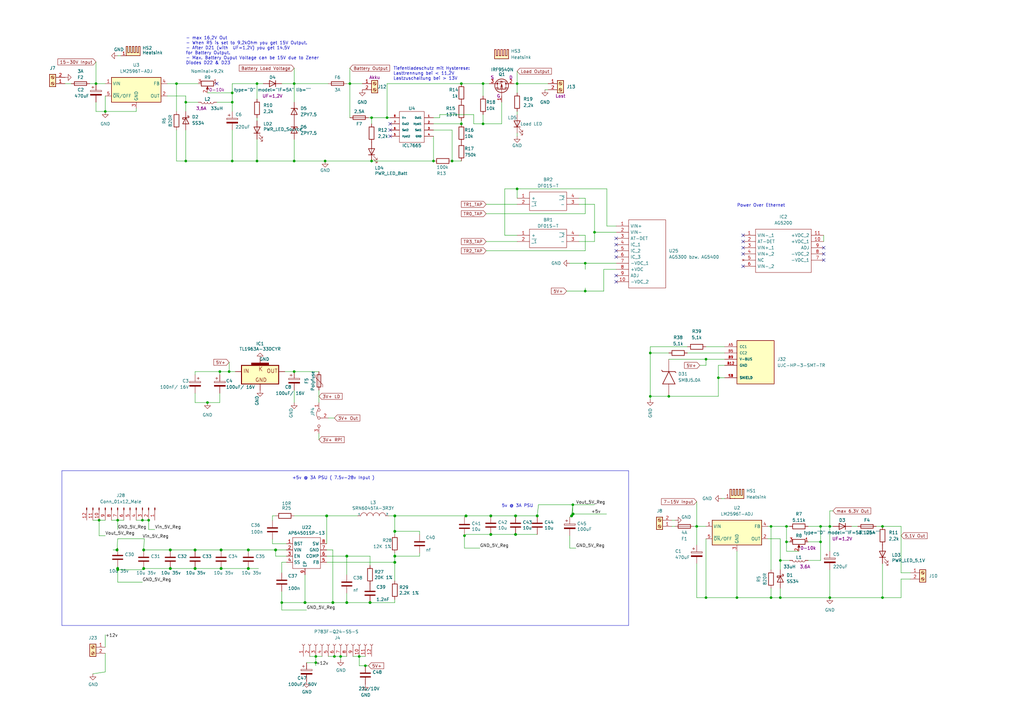
<source format=kicad_sch>
(kicad_sch (version 20211123) (generator eeschema)
  (paper "A3")
  (junction (at 101.854 233.172) (diameter 1.016))
  (junction (at 143.51 34.29))
  (junction (at 120.65 152.4))
  (junction (at 336.55 215.9))
  (junction (at 69.85 225.552) (diameter 1.016))
  (junction (at 85.09 165.1))
  (junction (at 320.04 245.11))
  (junction (at 133.35 66.04))
  (junction (at 285.75 215.9))
  (junction (at 274.32 162.56))
  (junction (at 189.23 34.29))
  (junction (at 211.455 211.582) (diameter 1.016))
  (junction (at 201.295 211.582) (diameter 1.016))
  (junction (at 152.4 48.26))
  (junction (at 43.18 45.72))
  (junction (at 58.928 233.172) (diameter 1.016))
  (junction (at 294.64 154.94))
  (junction (at 212.09 34.29))
  (junction (at 58.42 213.36))
  (junction (at 234.95 207.01))
  (junction (at 361.95 215.9))
  (junction (at 80.01 225.552) (diameter 1.016))
  (junction (at 198.12 50.8))
  (junction (at 129.54 271.78))
  (junction (at 58.928 225.552) (diameter 1.016))
  (junction (at 137.16 269.24))
  (junction (at 158.75 48.26))
  (junction (at 48.26 233.172) (diameter 1.016))
  (junction (at 90.678 233.172) (diameter 1.016))
  (junction (at 289.56 245.11))
  (junction (at 212.09 77.47))
  (junction (at 161.925 228.092) (diameter 1.016))
  (junction (at 322.58 222.25))
  (junction (at 177.8 66.04))
  (junction (at 161.925 230.632) (diameter 1.016))
  (junction (at 361.95 245.11))
  (junction (at 133.985 211.582) (diameter 1.016))
  (junction (at 48.26 233.68))
  (junction (at 336.55 222.25))
  (junction (at 240.03 107.95))
  (junction (at 129.54 269.24))
  (junction (at 76.2 41.91))
  (junction (at 120.65 34.29))
  (junction (at 76.2 66.04))
  (junction (at 93.98 152.4))
  (junction (at 105.41 66.04))
  (junction (at 39.37 34.29))
  (junction (at 90.678 225.552) (diameter 1.016))
  (junction (at 139.7 269.24))
  (junction (at 234.95 210.82))
  (junction (at 266.7 144.78))
  (junction (at 235.077 210.82))
  (junction (at 95.25 38.1))
  (junction (at 152.4 66.04))
  (junction (at 340.36 245.11))
  (junction (at 191.135 211.582) (diameter 1.016))
  (junction (at 48.006 225.552) (diameter 1.016))
  (junction (at 185.42 66.04))
  (junction (at 161.925 217.932) (diameter 1.016))
  (junction (at 80.01 233.172) (diameter 1.016))
  (junction (at 322.58 215.9))
  (junction (at 105.41 34.29))
  (junction (at 136.525 247.142) (diameter 1.016))
  (junction (at 142.24 247.142) (diameter 1.016))
  (junction (at 234.442 211.582) (diameter 1.016))
  (junction (at 316.23 215.9))
  (junction (at 198.12 34.29))
  (junction (at 115.57 247.142))
  (junction (at 147.32 269.24))
  (junction (at 40.64 213.36))
  (junction (at 211.455 219.202) (diameter 1.016))
  (junction (at 316.23 245.11))
  (junction (at 220.345 211.582) (diameter 1.016))
  (junction (at 240.03 119.38))
  (junction (at 48.26 213.36))
  (junction (at 120.65 66.04))
  (junction (at 243.84 95.25))
  (junction (at 320.04 229.87))
  (junction (at 266.7 162.56))
  (junction (at 95.25 66.04))
  (junction (at 90.17 152.4))
  (junction (at 125.095 247.142) (diameter 1.016))
  (junction (at 151.765 247.142) (diameter 1.016))
  (junction (at 190.5 219.71))
  (junction (at 161.925 211.582) (diameter 1.016))
  (junction (at 289.56 147.32))
  (junction (at 72.39 34.29))
  (junction (at 340.36 215.9))
  (junction (at 101.854 225.552) (diameter 1.016))
  (junction (at 142.24 228.092) (diameter 1.016))
  (junction (at 113.03 225.552) (diameter 1.016))
  (junction (at 69.85 233.172) (diameter 1.016))
  (junction (at 201.295 219.202) (diameter 1.016))
  (junction (at 95.25 41.91))
  (junction (at 60.96 213.36))
  (junction (at 189.23 50.8))
  (junction (at 149.86 273.05))
  (junction (at 302.26 245.11))
  (no_connect (at 160.02 53.34))
  (no_connect (at 88.9 34.29))
  (no_connect (at 160.02 50.8))
  (no_connect (at 252.73 97.79))
  (no_connect (at 252.73 113.03))
  (no_connect (at 252.73 115.57))
  (no_connect (at 304.8 96.52))
  (no_connect (at 304.8 99.06))
  (no_connect (at 337.82 101.6))
  (no_connect (at 337.82 104.14))
  (no_connect (at 337.82 106.68))
  (no_connect (at 304.8 101.6))
  (no_connect (at 304.8 104.14))
  (no_connect (at 304.8 109.22))
  (no_connect (at 160.02 55.88))
  (no_connect (at 252.73 105.41))
  (no_connect (at 252.73 102.87))
  (no_connect (at 252.73 100.33))
  (wire (pts (xy 361.95 231.14) (xy 361.95 245.11)))
  (wire (pts (xy 212.09 96.52) (xy 207.01 96.52)))
  (wire (pts (xy 130.81 160.02) (xy 130.81 165.1)))
  (wire (pts (xy 189.23 34.29) (xy 198.12 34.29)))
  (wire (pts (xy 111.76 213.487) (xy 111.76 211.582)))
  (wire (pts (xy 95.25 66.04) (xy 105.41 66.04)))
  (wire (pts (xy 180.34 48.26) (xy 180.34 46.99)))
  (wire (pts (xy 85.09 165.1) (xy 90.17 165.1)))
  (wire (pts (xy 147.32 273.05) (xy 147.32 269.24)))
  (wire (pts (xy 294.64 162.56) (xy 294.64 154.94)))
  (wire (pts (xy 266.7 144.78) (xy 266.7 162.56)))
  (wire (pts (xy 316.23 215.9) (xy 316.23 233.68)))
  (wire (pts (xy 68.58 34.29) (xy 72.39 34.29)))
  (wire (pts (xy 144.78 269.24) (xy 147.32 269.24)))
  (wire (pts (xy 161.925 217.932) (xy 172.085 217.932)))
  (wire (pts (xy 161.925 228.092) (xy 161.925 230.632)))
  (wire (pts (xy 63.5 217.17) (xy 60.96 217.17)))
  (wire (pts (xy 137.16 269.24) (xy 139.7 269.24)))
  (wire (pts (xy 133.985 211.582) (xy 146.685 211.582)))
  (wire (pts (xy 48.26 233.68) (xy 48.26 238.76)))
  (wire (pts (xy 212.09 29.21) (xy 212.09 34.29)))
  (wire (pts (xy 48.006 233.68) (xy 48.26 233.172)))
  (wire (pts (xy 115.57 242.57) (xy 115.57 247.142)))
  (wire (pts (xy 48.26 232.41) (xy 48.26 233.172)))
  (wire (pts (xy 161.925 228.092) (xy 172.085 228.092)))
  (wire (pts (xy 133.985 228.092) (xy 142.24 228.092)))
  (wire (pts (xy 199.39 83.82) (xy 212.09 83.82)))
  (wire (pts (xy 105.41 66.04) (xy 120.65 66.04)))
  (wire (pts (xy 240.03 81.28) (xy 240.03 87.63)))
  (wire (pts (xy 320.04 229.87) (xy 320.04 233.68)))
  (wire (pts (xy 39.37 34.29) (xy 43.18 34.29)))
  (wire (pts (xy 235.077 210.82) (xy 234.95 210.82)))
  (wire (pts (xy 240.03 119.38) (xy 247.65 119.38)))
  (wire (pts (xy 336.55 222.25) (xy 336.55 215.9)))
  (wire (pts (xy 172.085 228.092) (xy 172.085 226.822)))
  (wire (pts (xy 152.4 66.04) (xy 133.35 66.04)))
  (wire (pts (xy 125.095 247.142) (xy 136.525 247.142)))
  (wire (pts (xy 43.18 275.59) (xy 38.1 276.352)))
  (wire (pts (xy 48.26 233.68) (xy 58.928 233.68)))
  (wire (pts (xy 297.18 149.86) (xy 294.64 149.86)))
  (wire (pts (xy 76.2 41.91) (xy 76.2 45.72)))
  (wire (pts (xy 26.67 34.29) (xy 29.21 34.29)))
  (wire (pts (xy 39.37 41.91) (xy 39.37 45.72)))
  (wire (pts (xy 198.12 34.29) (xy 198.12 39.37)))
  (wire (pts (xy 113.03 225.552) (xy 117.475 225.552)))
  (wire (pts (xy 43.18 265.43) (xy 43.18 260.35)))
  (wire (pts (xy 40.64 219.71) (xy 40.64 213.36)))
  (wire (pts (xy 90.17 152.4) (xy 90.17 153.67)))
  (wire (pts (xy 320.04 220.98) (xy 320.04 229.87)))
  (wire (pts (xy 302.26 226.06) (xy 302.26 245.11)))
  (wire (pts (xy 133.35 66.04) (xy 120.65 66.04)))
  (wire (pts (xy 161.925 247.142) (xy 161.925 245.872)))
  (wire (pts (xy 340.36 245.11) (xy 361.95 245.11)))
  (wire (pts (xy 212.09 45.72) (xy 212.09 46.99)))
  (wire (pts (xy 297.18 154.94) (xy 294.64 154.94)))
  (polyline (pts (xy 25.4 193.04) (xy 257.81 193.04)) (stroke (width 0) (type solid)))
  (wire (pts (xy 322.58 222.25) (xy 322.58 226.06)))
  (wire (pts (xy 289.56 245.11) (xy 302.26 245.11)))
  (wire (pts (xy 95.25 66.04) (xy 76.2 66.04)))
  (wire (pts (xy 120.65 211.582) (xy 133.985 211.582)))
  (wire (pts (xy 161.925 226.822) (xy 161.925 228.092)))
  (wire (pts (xy 58.928 225.552) (xy 69.85 225.552)))
  (wire (pts (xy 85.09 38.1) (xy 95.25 38.1)))
  (wire (pts (xy 36.83 34.29) (xy 39.37 34.29)))
  (wire (pts (xy 190.5 212.09) (xy 191.135 211.582)))
  (polyline (pts (xy 257.81 193.04) (xy 257.81 256.54)) (stroke (width 0) (type solid)))
  (wire (pts (xy 233.68 224.79) (xy 233.68 219.71)))
  (wire (pts (xy 294.64 149.86) (xy 294.64 154.94)))
  (wire (pts (xy 316.23 215.9) (xy 314.96 215.9)))
  (wire (pts (xy 161.925 211.582) (xy 191.135 211.582)))
  (wire (pts (xy 120.65 165.1) (xy 120.65 160.02)))
  (wire (pts (xy 39.37 45.72) (xy 43.18 45.72)))
  (wire (pts (xy 198.12 46.99) (xy 198.12 50.8)))
  (wire (pts (xy 133.985 225.552) (xy 136.525 225.552)))
  (wire (pts (xy 48.26 233.172) (xy 48.26 233.68)))
  (wire (pts (xy 95.25 34.29) (xy 95.25 38.1)))
  (wire (pts (xy 285.75 223.52) (xy 285.75 215.9)))
  (wire (pts (xy 116.84 152.4) (xy 120.65 152.4)))
  (wire (pts (xy 316.23 241.3) (xy 316.23 245.11)))
  (wire (pts (xy 234.95 207.01) (xy 234.95 210.82)))
  (wire (pts (xy 48.26 224.79) (xy 48.006 225.552)))
  (wire (pts (xy 237.49 83.82) (xy 243.84 83.82)))
  (wire (pts (xy 285.75 205.74) (xy 285.75 215.9)))
  (wire (pts (xy 115.57 247.142) (xy 125.095 247.142)))
  (wire (pts (xy 142.24 228.092) (xy 142.24 235.712)))
  (wire (pts (xy 80.01 225.552) (xy 90.678 225.552)))
  (wire (pts (xy 115.57 230.632) (xy 115.57 234.95)))
  (wire (pts (xy 285.75 231.14) (xy 285.75 245.11)))
  (wire (pts (xy 76.2 41.91) (xy 76.2 39.37)))
  (wire (pts (xy 240.03 118.11) (xy 240.03 119.38)))
  (wire (pts (xy 105.41 57.15) (xy 105.41 66.04)))
  (wire (pts (xy 234.95 207.01) (xy 234.442 211.582)))
  (wire (pts (xy 281.94 142.24) (xy 266.7 142.24)))
  (wire (pts (xy 275.59 215.9) (xy 276.86 215.9)))
  (wire (pts (xy 320.04 220.98) (xy 314.96 220.98)))
  (wire (pts (xy 152.4 48.26) (xy 152.4 50.8)))
  (wire (pts (xy 152.4 48.26) (xy 158.75 48.26)))
  (wire (pts (xy 48.26 213.36) (xy 48.26 217.17)))
  (wire (pts (xy 196.85 224.79) (xy 190.5 224.79)))
  (wire (pts (xy 266.7 162.56) (xy 266.7 163.83)))
  (wire (pts (xy 336.55 229.87) (xy 336.55 222.25)))
  (wire (pts (xy 180.34 46.99) (xy 194.31 46.99)))
  (wire (pts (xy 48.26 238.76) (xy 58.42 238.76)))
  (wire (pts (xy 210.82 34.29) (xy 212.09 34.29)))
  (wire (pts (xy 185.42 66.04) (xy 189.23 66.04)))
  (wire (pts (xy 285.75 215.9) (xy 289.56 215.9)))
  (wire (pts (xy 224.79 36.83) (xy 223.52 36.83)))
  (wire (pts (xy 80.01 165.1) (xy 85.09 165.1)))
  (wire (pts (xy 340.36 215.9) (xy 341.63 215.9)))
  (wire (pts (xy 199.39 102.87) (xy 240.03 102.87)))
  (wire (pts (xy 161.925 217.932) (xy 161.925 219.202)))
  (wire (pts (xy 125.73 250.19) (xy 115.57 250.19)))
  (wire (pts (xy 139.7 270.51) (xy 139.7 269.24)))
  (wire (pts (xy 247.65 110.49) (xy 252.73 110.49)))
  (wire (pts (xy 58.928 233.172) (xy 69.85 233.172)))
  (wire (pts (xy 201.295 211.582) (xy 211.455 211.582)))
  (wire (pts (xy 337.82 96.52) (xy 337.82 99.06)))
  (wire (pts (xy 274.32 162.56) (xy 294.64 162.56)))
  (wire (pts (xy 172.085 217.932) (xy 172.085 219.202)))
  (wire (pts (xy 289.56 147.32) (xy 297.18 147.32)))
  (wire (pts (xy 130.81 177.8) (xy 130.81 180.34)))
  (wire (pts (xy 95.25 41.91) (xy 95.25 45.72)))
  (wire (pts (xy 247.65 119.38) (xy 247.65 110.49)))
  (wire (pts (xy 158.75 48.26) (xy 160.02 48.26)))
  (wire (pts (xy 72.39 53.34) (xy 72.39 66.04)))
  (wire (pts (xy 302.26 245.11) (xy 316.23 245.11)))
  (wire (pts (xy 147.32 269.24) (xy 149.86 269.24)))
  (wire (pts (xy 198.12 34.29) (xy 200.66 34.29)))
  (wire (pts (xy 143.51 48.26) (xy 143.51 34.29)))
  (wire (pts (xy 336.55 215.9) (xy 340.36 215.9)))
  (wire (pts (xy 212.09 55.88) (xy 212.09 54.61)))
  (wire (pts (xy 134.62 171.45) (xy 137.16 171.45)))
  (wire (pts (xy 212.09 34.29) (xy 224.79 34.29)))
  (wire (pts (xy 289.56 220.98) (xy 289.56 245.11)))
  (wire (pts (xy 69.85 225.552) (xy 80.01 225.552)))
  (wire (pts (xy 60.96 217.17) (xy 60.96 213.36)))
  (wire (pts (xy 134.62 269.24) (xy 137.16 269.24)))
  (wire (pts (xy 48.26 220.98) (xy 48.006 225.552)))
  (wire (pts (xy 101.854 225.552) (xy 113.03 225.552)))
  (wire (pts (xy 207.01 77.47) (xy 212.09 77.47)))
  (wire (pts (xy 248.92 77.47) (xy 248.92 92.71)))
  (wire (pts (xy 151.765 247.142) (xy 161.925 247.142)))
  (wire (pts (xy 80.01 152.4) (xy 80.01 153.67)))
  (wire (pts (xy 136.525 225.552) (xy 136.525 247.142)))
  (wire (pts (xy 129.54 269.24) (xy 132.08 269.24)))
  (wire (pts (xy 117.475 230.632) (xy 115.57 230.632)))
  (wire (pts (xy 340.36 233.68) (xy 340.36 245.11)))
  (wire (pts (xy 369.57 215.9) (xy 369.57 234.95)))
  (wire (pts (xy 115.57 247.142) (xy 115.57 250.19)))
  (wire (pts (xy 125.73 271.78) (xy 129.54 271.78)))
  (wire (pts (xy 95.25 34.29) (xy 105.41 34.29)))
  (wire (pts (xy 274.32 144.78) (xy 266.7 144.78)))
  (wire (pts (xy 198.12 50.8) (xy 205.74 50.8)))
  (wire (pts (xy 327.66 226.06) (xy 322.58 226.06)))
  (wire (pts (xy 120.65 34.29) (xy 134.62 34.29)))
  (wire (pts (xy 129.54 273.05) (xy 129.54 271.78)))
  (wire (pts (xy 322.58 222.25) (xy 323.85 222.25)))
  (wire (pts (xy 177.8 55.88) (xy 177.8 66.04)))
  (wire (pts (xy 177.8 48.26) (xy 180.34 48.26)))
  (wire (pts (xy 205.74 50.8) (xy 205.74 41.91)))
  (wire (pts (xy 373.38 234.95) (xy 369.57 234.95)))
  (wire (pts (xy 80.01 152.4) (xy 90.17 152.4)))
  (wire (pts (xy 289.56 147.32) (xy 289.56 149.86)))
  (wire (pts (xy 55.88 213.36) (xy 58.42 213.36)))
  (wire (pts (xy 115.57 34.29) (xy 120.65 34.29)))
  (wire (pts (xy 185.42 53.34) (xy 185.42 66.04)))
  (wire (pts (xy 240.03 81.28) (xy 237.49 81.28)))
  (wire (pts (xy 58.42 213.36) (xy 60.96 213.36)))
  (wire (pts (xy 191.135 211.582) (xy 201.295 211.582)))
  (wire (pts (xy 177.8 53.34) (xy 185.42 53.34)))
  (wire (pts (xy 111.76 211.582) (xy 113.03 211.582)))
  (wire (pts (xy 113.03 228.092) (xy 117.475 228.092)))
  (wire (pts (xy 320.04 245.11) (xy 340.36 245.11)))
  (wire (pts (xy 340.36 226.06) (xy 340.36 215.9)))
  (wire (pts (xy 142.24 228.092) (xy 151.765 228.092)))
  (wire (pts (xy 212.09 77.47) (xy 212.09 81.28)))
  (wire (pts (xy 266.7 162.56) (xy 274.32 162.56)))
  (wire (pts (xy 189.23 49.53) (xy 189.23 50.8)))
  (wire (pts (xy 199.39 87.63) (xy 240.03 87.63)))
  (wire (pts (xy 40.64 213.36) (xy 43.18 213.36)))
  (wire (pts (xy 235.077 210.82) (xy 248.793 210.82)))
  (wire (pts (xy 194.31 46.99) (xy 194.31 50.8)))
  (wire (pts (xy 316.23 215.9) (xy 322.58 215.9)))
  (wire (pts (xy 93.98 148.59) (xy 93.98 152.4)))
  (wire (pts (xy 129.54 271.78) (xy 129.54 269.24)))
  (wire (pts (xy 211.455 219.202) (xy 201.295 219.202)))
  (polyline (pts (xy 25.4 193.04) (xy 25.4 256.54)) (stroke (width 0) (type solid)))
  (wire (pts (xy 161.925 230.632) (xy 161.925 238.252)))
  (wire (pts (xy 59.182 220.98) (xy 58.928 225.552)))
  (wire (pts (xy 90.678 233.172) (xy 101.854 233.172)))
  (wire (pts (xy 316.23 245.11) (xy 320.04 245.11)))
  (wire (pts (xy 69.85 233.172) (xy 80.01 233.172)))
  (wire (pts (xy 152.4 66.04) (xy 177.8 66.04)))
  (wire (pts (xy 95.25 41.91) (xy 88.9 41.91)))
  (wire (pts (xy 55.88 45.72) (xy 55.88 44.45)))
  (wire (pts (xy 285.75 245.11) (xy 289.56 245.11)))
  (wire (pts (xy 194.31 50.8) (xy 198.12 50.8)))
  (wire (pts (xy 48.26 213.36) (xy 50.8 213.36)))
  (wire (pts (xy 212.09 34.29) (xy 212.09 38.1)))
  (wire (pts (xy 220.853 207.01) (xy 220.345 211.582)))
  (wire (pts (xy 142.24 243.332) (xy 142.24 247.142)))
  (wire (pts (xy 235.077 210.82) (xy 234.442 211.582)))
  (wire (pts (xy 266.7 142.24) (xy 266.7 144.78)))
  (wire (pts (xy 95.25 53.34) (xy 95.25 66.04)))
  (wire (pts (xy 120.65 27.94) (xy 120.65 34.29)))
  (wire (pts (xy 90.17 161.29) (xy 90.17 165.1)))
  (wire (pts (xy 142.24 247.142) (xy 151.765 247.142)))
  (wire (pts (xy 151.13 273.05) (xy 149.86 273.05)))
  (wire (pts (xy 93.98 152.4) (xy 96.52 152.4)))
  (wire (pts (xy 207.01 96.52) (xy 207.01 77.47)))
  (wire (pts (xy 120.65 152.4) (xy 130.81 152.4)))
  (wire (pts (xy 105.41 34.29) (xy 107.95 34.29)))
  (wire (pts (xy 113.03 225.552) (xy 113.03 228.092)))
  (wire (pts (xy 133.985 230.632) (xy 161.925 230.632)))
  (wire (pts (xy 101.854 233.172) (xy 106.045 233.172)))
  (wire (pts (xy 274.32 147.32) (xy 289.56 147.32)))
  (wire (pts (xy 43.18 45.72) (xy 55.88 45.72)))
  (wire (pts (xy 46.355 225.552) (xy 48.006 225.552)))
  (wire (pts (xy 373.38 237.49) (xy 369.57 237.49)))
  (wire (pts (xy 212.09 77.47) (xy 248.92 77.47)))
  (wire (pts (xy 139.7 269.24) (xy 142.24 269.24)))
  (wire (pts (xy 120.65 57.15) (xy 120.65 66.04)))
  (wire (pts (xy 48.26 220.98) (xy 59.182 220.98)))
  (wire (pts (xy 284.48 215.9) (xy 285.75 215.9)))
  (wire (pts (xy 201.295 219.202) (xy 191.135 219.202)))
  (wire (pts (xy 72.39 66.04) (xy 76.2 66.04)))
  (wire (pts (xy 369.57 237.49) (xy 369.57 245.11)))
  (wire (pts (xy 105.41 49.53) (xy 105.41 48.26)))
  (wire (pts (xy 72.39 34.29) (xy 81.28 34.29)))
  (wire (pts (xy 297.18 204.47) (xy 295.91 204.47)))
  (wire (pts (xy 240.03 107.95) (xy 240.03 110.49)))
  (wire (pts (xy 331.47 222.25) (xy 336.55 222.25)))
  (wire (pts (xy 199.39 99.06) (xy 212.09 99.06)))
  (wire (pts (xy 127 269.24) (xy 129.54 269.24)))
  (wire (pts (xy 90.678 225.552) (xy 101.854 225.552)))
  (wire (pts (xy 287.02 149.86) (xy 289.56 149.86)))
  (wire (pts (xy 331.47 215.9) (xy 336.55 215.9)))
  (wire (pts (xy 158.75 34.29) (xy 158.75 48.26)))
  (wire (pts (xy 220.853 207.01) (xy 234.95 207.01)))
  (wire (pts (xy 331.47 229.87) (xy 336.55 229.87)))
  (wire (pts (xy 38.1 213.36) (xy 40.64 213.36)))
  (wire (pts (xy 48.26 22.86) (xy 49.53 22.86)))
  (wire (pts (xy 289.56 142.24) (xy 297.18 142.24)))
  (wire (pts (xy 243.84 99.06) (xy 243.84 95.25)))
  (wire (pts (xy 136.525 247.142) (xy 142.24 247.142)))
  (wire (pts (xy 143.51 27.94) (xy 143.51 34.29)))
  (wire (pts (xy 159.385 211.582) (xy 161.925 211.582)))
  (wire (pts (xy 322.58 215.9) (xy 323.85 215.9)))
  (wire (pts (xy 151.765 231.902) (xy 151.765 228.092)))
  (wire (pts (xy 243.84 207.01) (xy 234.95 207.01)))
  (wire (pts (xy 361.95 245.11) (xy 369.57 245.11)))
  (wire (pts (xy 80.01 233.172) (xy 90.678 233.172)))
  (wire (pts (xy 142.24 34.29) (xy 143.51 34.29)))
  (wire (pts (xy 39.37 25.4) (xy 39.37 34.29)))
  (wire (pts (xy 320.04 229.87) (xy 323.85 229.87)))
  (wire (pts (xy 349.25 215.9) (xy 351.79 215.9)))
  (wire (pts (xy 220.345 219.202) (xy 211.455 219.202)))
  (wire (pts (xy 72.39 34.29) (xy 72.39 45.72)))
  (wire (pts (xy 43.18 39.37) (xy 43.18 45.72)))
  (wire (pts (xy 237.49 96.52) (xy 240.03 96.52)))
  (wire (pts (xy 322.58 215.9) (xy 322.58 222.25)))
  (wire (pts (xy 320.04 245.11) (xy 320.04 241.3)))
  (wire (pts (xy 58.928 233.68) (xy 58.928 233.172)))
  (wire (pts (xy 151.13 48.26) (xy 152.4 48.26)))
  (wire (pts (xy 76.2 53.34) (xy 76.2 66.04)))
  (wire (pts (xy 236.22 224.79) (xy 233.68 224.79)))
  (wire (pts (xy 105.41 40.64) (xy 105.41 34.29)))
  (wire (pts (xy 111.76 223.012) (xy 117.475 223.012)))
  (wire (pts (xy 43.18 267.97) (xy 43.18 275.59)))
  (wire (pts (xy 161.925 211.582) (xy 161.925 217.932)))
  (wire (pts (xy 158.75 34.29) (xy 189.23 34.29)))
  (wire (pts (xy 90.17 152.4) (xy 93.98 152.4)))
  (wire (pts (xy 95.25 38.1) (xy 95.25 41.91)))
  (wire (pts (xy 80.01 161.29) (xy 80.01 165.1)))
  (wire (pts (xy 190.5 224.79) (xy 190.5 219.71)))
  (wire (pts (xy 190.5 219.71) (xy 191.135 219.202)))
  (wire (pts (xy 211.455 211.582) (xy 220.345 211.582)))
  (wire (pts (xy 361.95 215.9) (xy 369.57 215.9)))
  (wire (pts (xy 143.51 34.29) (xy 148.59 34.29)))
  (wire (pts (xy 281.94 144.78) (xy 297.18 144.78)))
  (wire (pts (xy 149.86 273.05) (xy 147.32 273.05)))
  (wire (pts (xy 240.03 96.52) (xy 240.03 102.87)))
  (wire (pts (xy 340.36 209.55) (xy 340.36 215.9)))
  (wire (pts (xy 233.68 212.09) (xy 234.442 211.582)))
  (wire (pts (xy 240.03 107.95) (xy 252.73 107.95)))
  (wire (pts (xy 248.92 92.71) (xy 252.73 92.71)))
  (polyline (pts (xy 257.81 256.54) (xy 25.4 256.54)) (stroke (width 0) (type solid)))
  (wire (pts (xy 243.84 95.25) (xy 252.73 95.25)))
  (wire (pts (xy 177.8 50.8) (xy 189.23 50.8)))
  (wire (pts (xy 133.985 211.582) (xy 133.985 223.012)))
  (wire (pts (xy 341.63 209.55) (xy 340.36 209.55)))
  (wire (pts (xy 125.095 235.712) (xy 125.095 247.142)))
  (wire (pts (xy 243.84 83.82) (xy 243.84 95.25)))
  (wire (pts (xy 275.59 213.36) (xy 276.86 213.36)))
  (wire (pts (xy 43.18 219.71) (xy 40.64 219.71)))
  (wire (pts (xy 232.41 119.38) (xy 240.03 119.38)))
  (wire (pts (xy 237.49 99.06) (xy 243.84 99.06)))
  (wire (pts (xy 45.72 213.36) (xy 48.26 213.36)))
  (wire (pts (xy 233.68 107.95) (xy 240.03 107.95)))
  (wire (pts (xy 111.76 221.107) (xy 111.76 223.012)))
  (wire (pts (xy 120.65 34.29) (xy 120.65 41.91)))
  (wire (pts (xy 81.28 41.91) (xy 76.2 41.91)))
  (wire (pts (xy 68.58 39.37) (xy 76.2 39.37)))
  (wire (pts (xy 359.41 215.9) (xy 361.95 215.9)))
  (text "Tiefentladeschutz mit Hysterese:\nLasttrennung bei < 11,2V\nLastzuschaltung bei > 13V" (at 161.29 33.02 0) (effects (font (size 1.27 1.27)) (justify left bottom)))
  (text "5v @ 3A PSU\n" (at 205.74 208.28 0) (effects (font (size 1.27 1.27)) (justify left bottom)))
  (text "+5v @ 3A PSU ( 7.5v-28v Input )" (at 153.67 196.85 180) (effects (font (size 1.27 1.27)) (justify right bottom)))
  (text "- max 16,2V Out\n- When R5 is set to 9,2kOhm you get 15V Output.\n- After D21 (with  UF=1,2V) you get 14,5V \nfor Battery Output.\n- Max. Battery Ouput Voltage can be 15V due to Zener\nDiodes D22 & D23" (at 76.2 26.67 0) (effects (font (size 1.27 1.27)) (justify left bottom)))
  (text "Power Over Ethernet" (at 302.26 85.09 0) (effects (font (size 1.27 1.27)) (justify left bottom)))
  (label "Vin_5V_Reg" (at 58.42 220.98 0))
  (label "+12v" (at 43.18 261.62 0))
  (label "GND_5V_Reg" (at 48.26 217.17 0))
  (label "GND_5V_Reg" (at 236.22 224.79 0))
  (label "GND_5V_Reg" (at 58.42 238.76 0))
  (label "GND_5V_Reg" (at 196.85 224.79 0))
  (label "Vout_5V_Reg" (at 236.22 207.01 0))
  (label "+5v" (at 242.443 210.82 0))
  (label "Vout_5V_Reg" (at 43.18 219.71 0))
  (label "GND_5V_Reg" (at 125.73 250.19 0))
  (label "Vin_5V_Reg" (at 63.5 217.17 0))
  (label "+12v" (at 129.54 273.05 0))
  (global_label "5V+" (shape input) (at 232.41 119.38 180) (property "Intersheet References" "${INTERSHEET_REFS}" (effects hide)))
  (global_label "TR3_TAP" (shape input) (at 199.39 99.06 180) (property "Referenzen zwischen Schaltplänen" "${INTERSHEET_REFS}" (effects hide)))
  (global_label "Load Output" (shape input) (at 212.09 29.21 0) (property "Intersheet References" "${INTERSHEET_REFS}" (effects hide)))
  (global_label "Battery Load Voltage" (shape input) (at 120.65 27.94 180) (property "Intersheet References" "${INTERSHEET_REFS}" (effects hide)))
  (global_label "15-30V Input" (shape input) (at 39.37 25.4 180) (property "Intersheet References" "${INTERSHEET_REFS}" (effects hide)))
  (global_label "5V+" (shape input) (at 151.13 273.05 0) (property "Intersheet References" "${INTERSHEET_REFS}" (effects hide)))
  (global_label "5,1V Out" (shape input) (at 369.57 219.71 0) (property "Intersheet References" "${INTERSHEET_REFS}" (effects hide)))
  (global_label "5V+" (shape input) (at 93.98 148.59 180) (property "Intersheet References" "${INTERSHEET_REFS}" (effects hide)))
  (global_label "3V+ LD" (shape input) (at 130.81 162.56 0) (property "Intersheet References" "${INTERSHEET_REFS}" (effects hide)))
  (global_label "TR0_TAP" (shape input) (at 199.39 87.63 180) (property "Referenzen zwischen Schaltplänen" "${INTERSHEET_REFS}" (effects hide)))
  (global_label "TR1_TAP" (shape input) (at 199.39 83.82 180) (property "Referenzen zwischen Schaltplänen" "${INTERSHEET_REFS}" (effects hide)))
  (global_label "TR2_TAP" (shape input) (at 199.39 102.87 180) (property "Referenzen zwischen Schaltplänen" "${INTERSHEET_REFS}" (effects hide)))
  (global_label "5V+" (shape input) (at 287.02 149.86 180) (property "Intersheet References" "${INTERSHEET_REFS}" (effects hide)))
  (global_label "7-15V Input" (shape input) (at 285.75 205.74 180) (property "Intersheet References" "${INTERSHEET_REFS}" (effects hide)))
  (global_label "3V+ Out" (shape input) (at 137.16 171.45 0) (property "Intersheet References" "${INTERSHEET_REFS}" (effects hide)))
  (global_label "Battery Output" (shape input) (at 143.51 27.94 0) (property "Intersheet References" "${INTERSHEET_REFS}" (effects hide)))
  (global_label "max 6,3V Out" (shape input) (at 341.63 209.55 0) (property "Intersheet References" "${INTERSHEET_REFS}" (effects hide)))
  (global_label "3V+ RPi" (shape input) (at 130.81 180.34 0) (property "Intersheet References" "${INTERSHEET_REFS}" (effects hide)))
  (symbol (lib_id "Device:C_Polarized") (at 340.36 229.87 0) (unit 1) (in_bom no) (on_board no)
    (property "Reference" "C5" (at 341.63 227.33 0) (effects (justify left)))
    (property "Value" "220uF" (at 341.63 232.41 0) (effects (justify left)))
    (property "Footprint" "Capacitor_SMD:CP_Elec_10x10" (effects hide))
  )
  (symbol (lib_id "Device:R") (at 189.23 62.23 0) (unit 1)
    (property "Reference" "R17" (at 190.5 60.96 0) (effects (justify left)))
    (property "Value" "750k" (at 190.5 63.5 0) (effects (justify left)))
    (property "Footprint" "Resistor_SMD:R_0805_2012Metric_Pad1.20x1.40mm_HandSolder" (effects hide))
    (property "buy" "https://www.mouser.de/ProductDetail/YAGEO/RT0805FRE07750KL?qs=MJut%252BdqOEgjZnQsdRGKclg%3D%3D" (effects hide))
  )
  (symbol (lib_id "Device:R_Potentiometer") (at 327.66 222.25 270) (unit 1) (in_bom no) (on_board no)
    (property "Reference" "R8" (at 327.66 219.71 90))
    (property "Value" "Nominal=21k" (effects hide))
    (property "Footprint" "Potentiometer_THT:Potentiometer_Bourns_3296W_Vertical" (effects hide))
    (property "Wert" "0-10k" (at 331.47 224.79 90))
  )
  (symbol (lib_id "power:GND") (at 43.18 45.72 0) (unit 1)
    (property "Reference" "#PWR0104" (effects hide))
    (property "Value" "GND" (at 43.18 50.8 0))
  )
  (symbol (lib_id "Device:C") (at 211.455 215.392 0) (unit 1)
    (property "Reference" "C43" (at 214.376 214.2236 0) (effects (justify left)))
    (property "Value" "10u" (at 214.376 216.535 0) (effects (justify left)))
    (property "Footprint" "Capacitor_SMD:C_0805_2012Metric" (effects hide))
    (property "Datasheet" "https://search.murata.co.jp/Ceramy/image/img/A01X/G101/ENG/GRM21BR71A106KA73-01.pdf" (effects hide))
    (property "Field5" "490-14381-1-ND" (effects hide))
    (property "Field4" "Digikey" (effects hide))
    (property "Field6" "GRM21BR71A106KA73L" (effects hide))
    (property "Field7" "Murata" (effects hide))
    (property "Part Description" "	10uF 10% 10V Ceramic Capacitor X7R 0805 (2012 Metric)" (effects hide))
    (property "Field8" "111893011" (effects hide))
    (property "buy" "https://www.mouser.co.uk/ProductDetail/Murata-Electronics/GRM21BR71A106KA73K?qs=QzBtWTOodeUGp6CMAlHyIg%3D%3D" (effects hide))
  )
  (symbol (lib_id "power:GND") (at 233.68 107.95 270) (unit 1)
    (property "Reference" "#PWR0205" (effects hide))
    (property "Value" "GND" (at 226.06 107.95 90) (effects (justify left)))
  )
  (symbol (lib_id "Diode:ZPYxx") (at 120.65 45.72 270) (unit 1)
    (property "Reference" "D5" (at 123.19 44.4499 90) (effects (justify left)))
    (property "Value" "ZPY7.5" (at 123.19 46.9899 90) (effects (justify left)))
    (property "Footprint" "Diode_SMD:D_MiniMELF" (effects hide))
    (property "Datasheet" "http://www.vishay.com/docs/85790/zpy3v9.pdf" (effects hide))
    (property "buy" "https://www.mouser.de/ProductDetail/Taiwan-Semiconductor/BZV55B7V5-L1?qs=SikLhao2tv9%252Bg%252BCgvlekyg%3D%3D" (effects hide))
  )
  (symbol (lib_id "Device:LED") (at 105.41 53.34 90) (unit 1)
    (property "Reference" "LD2" (at 107.95 50.8 90) (effects (justify right)))
    (property "Value" "PWR_LED_Source" (at 107.95 53.0226 90) (effects (justify right)))
    (property "Footprint" "LED_SMD:LED_0805_2012Metric_Pad1.15x1.40mm_HandSolder" (effects hide))
    (property "buy" "https://www.mouser.de/ProductDetail/Kingbright/APTD2012LCGCK?qs=AQlKX63v8RvNHN%2F9EGvNTg%3D%3D" (effects hide))
  )
  (symbol (lib_id "power:GND") (at 295.91 204.47 270) (unit 1)
    (property "Reference" "#PWR0107" (effects hide))
    (property "Value" "GND" (at 292.1 204.4699 90) (effects (justify right)))
  )
  (symbol (lib_id "Device:R") (at 189.23 38.1 0) (unit 1)
    (property "Reference" "R14" (at 184.15 36.83 0) (effects (justify left)))
    (property "Value" "1k" (at 185.42 39.37 0) (effects (justify left)))
    (property "Footprint" "Resistor_SMD:R_0805_2012Metric_Pad1.20x1.40mm_HandSolder" (effects hide))
    (property "buy" "https://www.mouser.de/ProductDetail/YAGEO/RT0805FRE101KL?qs=F5EMLAvA7ICImOvmHX98vQ%3D%3D" (effects hide))
  )
  (symbol (lib_id "power:GND") (at 276.86 213.36 90) (unit 1)
    (property "Reference" "#PWR0108" (effects hide))
    (property "Value" "GND" (at 279.4 212.09 90) (effects (justify right)))
  )
  (symbol (lib_id "Device:C") (at 101.854 229.362 0) (unit 1)
    (property "Reference" "C35" (at 104.775 228.1936 0) (effects (justify left)))
    (property "Value" "10u 35v" (at 99.06 234.95 0) (effects (justify left)))
    (property "Footprint" "Capacitor_SMD:C_0805_2012Metric" (effects hide))
    (property "Datasheet" "https://www.murata.com/en-global/products/productdetail.aspx?partno=GRM21BC8YA106ME11%23" (effects hide))
    (property "Field5" "490-10505-1-ND" (effects hide))
    (property "Field4" "Digikey" (effects hide))
    (property "Field6" "GRM21BC8YA106KE11L " (effects hide))
    (property "Field7" "Murata" (effects hide))
    (property "Part Description" "	10uF 10% or 20% 35V Ceramic Capacitor X6S 0805 (2012 Metric)" (effects hide))
    (property "buy" "https://www.mouser.co.uk/ProductDetail/Murata-Electronics/GRM21BC8YA106ME11L?qs=K0Sa7bCb58JXd%2FLXsBufTg%3D%3D" (effects hide))
  )
  (symbol (lib_id "power:GND") (at 223.52 36.83 0) (unit 1)
    (property "Reference" "#PWR0115" (effects hide))
    (property "Value" "GND" (at 223.52 41.91 0))
  )
  (symbol (lib_id "Device:LED") (at 212.09 50.8 90) (unit 1)
    (property "Reference" "LD5" (at 208.28 48.26 90) (effects (justify right)))
    (property "Value" "Load LED" (at 213.36 50.8 90) (effects (justify right)))
    (property "Footprint" "LED_SMD:LED_0805_2012Metric_Pad1.15x1.40mm_HandSolder" (effects hide))
    (property "buy" "https://www.mouser.de/ProductDetail/604-APTD2012LSURCK" (effects hide))
  )
  (symbol (lib_id "Transistor_FET:IRF9540N") (at 205.74 36.83 270) (mirror x) (unit 1)
    (property "Reference" "Q1" (at 204.47 30.48 90) (effects (justify left)))
    (property "Value" "IRF9540N" (at 201.295 28.575 90) (effects (justify left)))
    (property "Footprint" "Package_TO_SOT_THT:TO-220-3_Vertical" (effects hide))
    (property "Datasheet" "http://www.irf.com/product-info/datasheets/data/irf9540n.pdf" (effects hide))
    (property "Gate" "G" (at 204.47 39.37 90))
    (property "Source" "S" (at 201.93 31.75 90))
    (property "Drain" "D" (at 209.55 31.75 90))
    (property "buy" "https://www.mouser.de/ProductDetail/Infineon-IR/IRF9540NPBF?qs=9%252BKlkBgLFf0vnuA8mxUPtw%3D%3D" (effects hide))
  )
  (symbol (lib_id "Connector:Screw_Terminal_01x02") (at 378.46 234.95 0) (unit 1) (in_bom no) (on_board no)
    (property "Reference" "J10" (at 381 236.2199 0) (effects (justify left)))
    (property "Value" "Screw_Terminal_01x02" (effects hide))
    (property "Footprint" "TerminalBlock_WAGO:TerminalBlock_WAGO_804-102_1x02_P5.00mm_45Degree" (effects hide))
  )
  (symbol (lib_id "Connector:Screw_Terminal_01x02") (at 229.87 34.29 0) (unit 1)
    (property "Reference" "J13" (at 232.41 35.5599 0) (effects (justify left)))
    (property "Value" "Screw_Terminal_01x02" (effects hide))
    (property "Footprint" "TerminalBlock_WAGO:TerminalBlock_WAGO_804-102_1x02_P5.00mm_45Degree" (effects hide))
    (property "Usage" "Last" (at 229.87 39.37 0))
    (property "buy" "https://www.conrad.de/de/p/wago-804-102-federkraftklemmblock-2-50-mm-polzahl-num-2-grau-weiss-1-st-737733.html" (effects hide))
  )
  (symbol (lib_id "Mechanical:Heatsink") (at 54.61 22.86 0) (unit 1)
    (property "Reference" "HS2" (at 58.42 19.6849 0) (effects (justify left)))
    (property "Value" "Heatsink" (at 58.42 21.59 0) (effects (justify left)))
    (property "Footprint" "Heatsink:Heatsink_Fischer_SK104-STC-STIC_35x13mm_2xDrill2.5mm" (effects hide))
    (property "Datasheet" "https://www.farnell.com/datasheets/1332085.pdf" (effects hide))
    (property "Feld4" "Farnell" (effects hide))
    (property "Feld5" "https://de.farnell.com/fischer-elektronik/sk-104-25-4-ls/k-hlk-rper-to220/dp/1892326?st=fischer%20104" (effects hide))
    (property "buy" "https://de.farnell.com/fischer-elektronik/sk-104-25-4-ls/k-hlk-rper-to220/dp/1892326?st=fischer%20104" (effects hide))
  )
  (symbol (lib_id "Device:R") (at 189.23 45.72 0) (unit 1)
    (property "Reference" "R15" (at 182.88 44.45 0) (effects (justify left)))
    (property "Value" "137k" (at 182.88 46.99 0) (effects (justify left)))
    (property "Footprint" "Resistor_SMD:R_0805_2012Metric_Pad1.20x1.40mm_HandSolder" (effects hide))
    (property "buy" "https://www.mouser.de/ProductDetail/Panasonic/ERA-6AEB1373V?qs=nuXzIS8loXFYKzXlAEIv%252BA%3D%3D" (effects hide))
  )
  (symbol (lib_id "Device:R") (at 152.4 54.61 0) (unit 1)
    (property "Reference" "R12" (at 154.94 53.3399 0) (effects (justify left)))
    (property "Value" "2,2k" (at 154.94 55.8799 0) (effects (justify left)))
    (property "Footprint" "Resistor_SMD:R_0805_2012Metric_Pad1.20x1.40mm_HandSolder" (effects hide))
    (property "buy" "https://www.mouser.de/ProductDetail/YAGEO/RT0805BRD072K2L?qs=%2Ff7pOCXLR5c9JYUwCogkxQ%3D%3D" (effects hide))
  )
  (symbol (lib_id "Device:R") (at 327.66 215.9 270) (unit 1) (in_bom no) (on_board no)
    (property "Reference" "R7" (at 327.66 210.82 90))
    (property "Value" "5,11k" (at 327.66 213.36 90))
    (property "Footprint" "Resistor_SMD:R_0805_2012Metric_Pad1.20x1.40mm_HandSolder" (effects hide))
  )
  (symbol (lib_id "Device:D_Schottky") (at 320.04 237.49 270) (unit 1) (in_bom no) (on_board no)
    (property "Reference" "D1" (at 322.58 235.9024 90) (effects (justify left)))
    (property "Value" "SS34" (at 322.58 238.4424 90) (effects (justify left)))
    (property "Footprint" "Diode_THT:D_DO-15_P5.08mm_Vertical_KathodeUp" (effects hide))
  )
  (symbol (lib_id "Device:R") (at 181.61 66.04 270) (unit 1)
    (property "Reference" "R13" (at 179.07 71.12 90) (effects (justify left)))
    (property "Value" "100k" (at 179.07 68.58 90) (effects (justify left)))
    (property "Footprint" "Resistor_SMD:R_0805_2012Metric_Pad1.20x1.40mm_HandSolder" (effects hide))
    (property "buy" "https://www.mouser.de/ProductDetail/YAGEO/RT0805FRE07100KL?qs=Fz%2FrpjPuTcGvkl7NTQ8bxw%3D%3D" (effects hide))
  )
  (symbol (lib_id "win:AG5300") (at 252.73 92.71 0) (unit 1)
    (property "Reference" "U25" (at 274.32 102.8699 0) (effects (justify left)))
    (property "Value" "AG5300 bzw. AG5400" (at 274.32 105.4099 0) (effects (justify left)))
    (property "Footprint" "aaaa:AG5300" (effects hide))
    (property "Datasheet" "https://www.silvertel.com/images/datasheets/Ag5300-datasheet-smallest-30W-Power-Over-Ethernet-Plus-Module-PoEplusPD.pdf" (effects hide))
    (property "Description" "Power-over-Ethernet Plus Module" (effects hide))
    (property "Height" "14" (effects hide))
    (property "Manufacturer_Name" "Silvertel" (effects hide))
    (property "Manufacturer_Part_Number" "AG5300" (effects hide))
    (property "Mouser Part Number" "480-AG5300" (effects hide))
    (property "Mouser Price/Stock" "https://www.mouser.co.uk/ProductDetail/Silvertel/Ag5300?qs=OlC7AqGiEDkqNoWY4wzXEQ%3D%3D" (effects hide))
    (property "buy" "https://www.mouser.co.uk/ProductDetail/Silvertel/AG5405?qs=stqOd1AaK79%2Fxd5F96tfEA%3D%3D" (effects hide))
    (property "alt buy" "https://www.mouser.co.uk/ProductDetail/Silvertel/Ag5305?qs=OlC7AqGiEDleQp6IgocCBA%3D%3D" (effects hide))
  )
  (symbol (lib_id "power:GND") (at 85.09 165.1 0) (unit 1)
    (property "Reference" "#PWR0111" (effects hide))
    (property "Value" "GND" (at 85.09 170.18 0))
  )
  (symbol (lib_id "Device:C") (at 90.678 229.362 0) (unit 1)
    (property "Reference" "C34" (at 93.599 228.1936 0) (effects (justify left)))
    (property "Value" "10u 35v" (at 87.63 234.95 0) (effects (justify left)))
    (property "Footprint" "Capacitor_SMD:C_0805_2012Metric" (effects hide))
    (property "Datasheet" "https://www.murata.com/en-global/products/productdetail.aspx?partno=GRM21BC8YA106ME11%23" (effects hide))
    (property "Field5" "490-10505-1-ND" (effects hide))
    (property "Field4" "Digikey" (effects hide))
    (property "Field6" "GRM21BC8YA106KE11L " (effects hide))
    (property "Field7" "Murata" (effects hide))
    (property "Part Description" "	10uF 10% or 20% 35V Ceramic Capacitor X6S 0805 (2012 Metric)" (effects hide))
    (property "buy" "https://www.mouser.co.uk/ProductDetail/Murata-Electronics/GRM21BC8YA106ME11L?qs=K0Sa7bCb58JXd%2FLXsBufTg%3D%3D" (effects hide))
  )
  (symbol (lib_id "power:GND") (at 48.26 22.86 270) (unit 1)
    (property "Reference" "#PWR0105" (effects hide))
    (property "Value" "GND" (at 50.8 20.32 90) (effects (justify right)))
  )
  (symbol (lib_id "Device:LED") (at 361.95 227.33 90) (unit 1) (in_bom no) (on_board no)
    (property "Reference" "LD3" (at 365.76 227.6474 90) (effects (justify right)))
    (property "Value" "PWR_LED_5,1V" (at 365.76 229.87 90) (effects (justify right)))
    (property "Footprint" "LED_SMD:LED_0805_2012Metric_Pad1.15x1.40mm_HandSolder" (effects hide))
  )
  (symbol (lib_id "power:GND") (at 26.67 31.75 90) (unit 1)
    (property "Reference" "#PWR0106" (effects hide))
    (property "Value" "GND" (effects hide))
  )
  (symbol (lib_name "Heatsink_2") (lib_id "Mechanical:Heatsink") (at 205.74 24.13 0) (unit 1)
    (property "Reference" "HS3" (at 209.55 20.9549 0) (effects (justify left)))
    (property "Value" "Heatsink" (at 209.55 23.4949 0) (effects (justify left)))
    (property "Footprint" "manuelLIB:Heatsink_SK95" (effects hide))
    (property "Datasheet" "https://www.farnell.com/datasheets/55545.pdf" (effects hide))
    (property "Feld4" "Farnell" (effects hide))
    (property "buy" "https://de.farnell.com/fischer-elektronik/sk-95-25-to-220/k-hlk-rper-to-220-36-c-w/dp/4621554?ost=fischer+95&cfm=true" (effects hide))
  )
  (symbol (lib_id "Device:Polyfuse") (at 130.81 156.21 0) (unit 1)
    (property "Reference" "F5" (at 125.73 156.21 90))
    (property "Value" "Polyfuse" (at 128.27 156.21 90))
    (property "Footprint" "Fuse:Fuse_BelFuse_0ZRE0005FF_L8.3mm_W3.8mm" (effects hide))
    (property "buy" "https://www.mouser.de/ProductDetail/Bel-Fuse/0ZRG0135FF1E?qs=gTYE2QTfZfSikev%252Buia2ZQ%3D%3D" (effects hide))
  )
  (symbol (lib_id "Device:R") (at 116.84 211.582 270) (unit 1)
    (property "Reference" "R25" (at 115.57 208.407 90) (effects (justify left)))
    (property "Value" "10R" (at 115.57 206.502 90) (effects (justify left)))
    (property "Footprint" "Resistor_SMD:R_0805_2012Metric" (effects hide))
    (property "Datasheet" "https://fscdn.rohm.com/en/products/databook/datasheet/passive/resistor/chip_resistor/mcr-e.pdf" (effects hide))
    (property "Field4" "Farnell" (effects hide))
    (property "Field5" "9238999" (effects hide))
    (property "Field7" "Yageo" (effects hide))
    (property "Field6" "RC0402FR-0710RL" (effects hide))
    (property "Field8" "URES00256" (effects hide))
    (property "Part Description" "Resistor 10R M1005 1% 63mW" (effects hide))
    (property "buy" "https://www.mouser.co.uk/ProductDetail/YAGEO/RT0805FRE1310RL?qs=1mbolxNpo8cxANW8i7GXPg%3D%3D" (effects hide))
  )
  (symbol (lib_id "Device:D_Schottky") (at 76.2 49.53 270) (unit 1)
    (property "Reference" "D2" (at 78.74 47.9424 90) (effects (justify left)))
    (property "Value" "SS34" (at 78.74 50.4824 90) (effects (justify left)))
    (property "Footprint" "Diode_THT:D_DO-15_P5.08mm_Vertical_KathodeUp" (effects hide))
    (property "buy" "https://www.mouser.de/ProductDetail/750-SS34B-HF" (effects hide))
  )
  (symbol (lib_id "Device:Fuse") (at 33.02 34.29 270) (unit 1)
    (property "Reference" "F2" (at 33.02 31.75 90))
    (property "Value" "3A" (at 33.02 29.21 90))
    (property "Footprint" "Fuse_Holders_and_Fuses:Fuseholder5x20_horiz_open_lateral_Type-II" (effects hide))
    (property "buy" "2x https://www.conrad.de/de/p/eska-120700-sicherungs-haltefeder-passend-fuer-sicherungen-feinsicherung-5-x-20-mm-6-3-a-250-v-ac-1-st-524314.html" (effects hide))
  )
  (symbol (lib_id "DF01S-T:DF01S-T") (at 212.09 81.28 0) (unit 1)
    (property "Reference" "BR2" (at 224.79 73.66 0))
    (property "Value" "DF01S-T" (at 224.79 76.2 0))
    (property "Footprint" "aaaa:SOP510P1040X293-4N" (effects hide))
    (property "Datasheet" "https://www.diodes.com/assets/Datasheets/ds17001.pdf" (effects hide))
    (property "Description" "100V 1.0A SURFACE MOUNT GLASS PASSIVATED BRIDGE RECTIFIER" (effects hide))
    (property "Height" "2.93" (effects hide))
    (property "Manufacturer_Name" "Diodes Inc." (effects hide))
    (property "Manufacturer_Part_Number" "DF01S-T" (effects hide))
    (property "Mouser Part Number" "621-DF01ST" (effects hide))
    (property "Mouser Price/Stock" "https://www.mouser.co.uk/ProductDetail/Diodes-Incorporated/DF01S-T?qs=rNZh4F5RthTBu7LNdQlINg%3D%3D" (effects hide))
    (property "Arrow Part Number" "DF01S-T" (effects hide))
    (property "Arrow Price/Stock" "https://www.arrow.com/en/products/df01s-t/diodes-incorporated" (effects hide))
    (property "buy" "https://www.mouser.co.uk/ProductDetail/Diodes-Incorporated/DF01S-T?qs=rNZh4F5RthTBu7LNdQlINg%3D%3D" (effects hide))
  )
  (symbol (lib_id "Device:L") (at 85.09 41.91 90) (mirror x) (unit 1)
    (property "Reference" "L2" (at 85.09 40.64 90))
    (property "Value" "33uH" (at 88.9 44.45 90))
    (property "Footprint" "Inductor_THT:L_Axial_L26.0mm_D10.0mm_P7.62mm_Vertical_Fastron_77A" (effects hide))
    (property "Datasheet" "https://www.mouser.de/datasheet/2/153/77A-1730103.pdf" (effects hide))
    (property "Value2" "3,6A" (at 82.55 44.45 90))
    (property "Feld5" "77A-330M-01" (effects hide))
    (property "buy" "https://www.mouser.de/ProductDetail/Fastron/77A-330M-01?qs=I3v0H7q1dUV%252Bq5V4ko1Ghg%3D%3D" (effects hide))
    (property "alt buy" "https://www.mouser.co.uk/ProductDetail/Bourns/RLB9012-3R3ML?qs=dB0LedT%252BmmByJdJpo1aJKQ%3D%3D" (effects hide))
    (property "alt buy 2" "https://www.mouser.de/ProductDetail/Coilcraft/DR0810-333L?qs=ZYnrCdKdyef831aeC2VBsA%3D%3D" (effects hide))
  )
  (symbol (lib_id "Device:R_Potentiometer") (at 85.09 34.29 270) (unit 1)
    (property "Reference" "R9" (at 85.09 31.75 90))
    (property "Value" "Nominal=9,2k" (at 85.09 29.21 90))
    (property "Footprint" "Potentiometer_THT:Potentiometer_Bourns_3296W_Vertical" (effects hide))
    (property "Wert" "0-10k" (at 88.9 36.83 90))
    (property "buy" "https://www.mouser.de/ProductDetail/Bourns/3296W-1-103LF?qs=CL3xLxiry19Id6AEaxYcng%3D%3D" (effects hide))
  )
  (symbol (lib_id "Device:Fuse") (at 280.67 215.9 270) (unit 1) (in_bom no) (on_board no)
    (property "Reference" "F1" (at 280.67 220.98 90))
    (property "Value" "4A" (at 280.67 218.44 90))
    (property "Footprint" "Fuse_Holders_and_Fuses:Fuseholder5x20_horiz_open_lateral_Type-II" (effects hide))
  )
  (symbol (lib_id "Device:C") (at 220.345 215.392 0) (unit 1)
    (property "Reference" "C44" (at 223.266 214.2236 0) (effects (justify left)))
    (property "Value" "10u" (at 223.266 216.535 0) (effects (justify left)))
    (property "Footprint" "Capacitor_SMD:C_0805_2012Metric" (effects hide))
    (property "Datasheet" "https://search.murata.co.jp/Ceramy/image/img/A01X/G101/ENG/GRM21BR71A106KA73-01.pdf" (effects hide))
    (property "Field5" "490-14381-1-ND" (effects hide))
    (property "Field4" "Digikey" (effects hide))
    (property "Field6" "GRM21BR71A106KA73L" (effects hide))
    (property "Field7" "Murata" (effects hide))
    (property "Part Description" "	10uF 10% 10V Ceramic Capacitor X7R 0805 (2012 Metric)" (effects hide))
    (property "Field8" "111893011" (effects hide))
    (property "buy" "https://www.mouser.co.uk/ProductDetail/Murata-Electronics/GRM21BR71A106KA73K?qs=QzBtWTOodeUGp6CMAlHyIg%3D%3D" (effects hide))
  )
  (symbol (lib_id "win:UJC-HP-3-SMT-TR") (at 309.88 147.32 0) (unit 1)
    (property "Reference" "J32" (at 318.77 147.3199 0) (effects (justify left)))
    (property "Value" "UJC-HP-3-SMT-TR" (at 318.77 149.8599 0) (effects (justify left)))
    (property "Footprint" "aaaa:CUI_UJC-HP-3-SMT-TR" (effects hide))
    (property "MAXIMUM_PACKAGE_HEIGHT" "3.16mm" (effects hide))
    (property "MANUFACTURER" "CUI Devices" (effects hide))
    (property "PARTREV" "04/30/2020" (effects hide))
    (property "STANDARD" "Manufacturer recommendations" (effects hide))
    (property "buy" "https://www.mouser.co.uk/ProductDetail/CUI-Devices/UJC-HP-3-SMT-TR?qs=vmHwEFxEFR%252BLRSV%252Bufrn1g%3D%3D" (effects hide))
  )
  (symbol (lib_id "Device:C_Polarized") (at 39.37 38.1 0) (unit 1)
    (property "Reference" "C2" (at 31.75 36.83 0) (effects (justify left)))
    (property "Value" "470uF" (at 30.48 39.37 0) (effects (justify left)))
    (property "Footprint" "Capacitor_THT:CP_Radial_D10.0mm_P5.00mm" (effects hide))
    (property "buy" "https://www.mouser.de/ProductDetail/647-UHW1H471MPD" (effects hide))
  )
  (symbol (lib_id "Device:R") (at 151.765 235.712 0) (unit 1)
    (property "Reference" "R27" (at 153.543 234.5436 0) (effects (justify left)))
    (property "Value" "20K 1%" (at 153.543 236.855 0) (effects (justify left)))
    (property "Footprint" "Resistor_SMD:R_0805_2012Metric" (effects hide))
    (property "Datasheet" "https://fscdn.rohm.com/en/products/databook/datasheet/passive/resistor/chip_resistor/mcr-e.pdf" (effects hide))
    (property "Field4" "Farnell" (effects hide))
    (property "Field5" "2331485" (effects hide))
    (property "Field7" "KOA EUROPE GMBH" (effects hide))
    (property "Field6" "RK73H1ETTP2002F" (effects hide))
    (property "Part Description" "Resistor 20K M1005 1% 63mW" (effects hide))
    (property "buy" "https://www.mouser.de/ProductDetail/YAGEO/RT0805DRD0720KL?qs=4CyHz7GXqSgZC5CJpyk4eQ%3D%3D" (effects hide))
  )
  (symbol (lib_id "Diode:ZPYxx") (at 120.65 53.34 270) (unit 1)
    (property "Reference" "D6" (at 123.19 52.0699 90) (effects (justify left)))
    (property "Value" "ZPY7.5" (at 123.19 54.6099 90) (effects (justify left)))
    (property "Footprint" "Diode_SMD:D_MiniMELF" (effects hide))
    (property "Datasheet" "http://www.vishay.com/docs/85790/zpy3v9.pdf" (effects hide))
    (property "buy" "https://www.mouser.de/ProductDetail/Taiwan-Semiconductor/BZV55B7V5-L1?qs=SikLhao2tv9%252Bg%252BCgvlekyg%3D%3D" (effects hide))
  )
  (symbol (lib_id "Device:R") (at 189.23 54.61 0) (unit 1)
    (property "Reference" "R16" (at 190.5 53.34 0) (effects (justify left)))
    (property "Value" "10k" (at 190.5 55.88 0) (effects (justify left)))
    (property "Footprint" "Resistor_SMD:R_0805_2012Metric_Pad1.20x1.40mm_HandSolder" (effects hide))
    (property "buy" "https://www.mouser.de/ProductDetail/YAGEO/RT0805FRE0710KL?qs=Fz%2FrpjPuTcHcdP0eDiVtNg%3D%3D" (effects hide))
  )
  (symbol (lib_id "Device:C_Polarized") (at 120.65 156.21 0) (unit 1)
    (property "Reference" "C8" (at 116.84 158.75 0) (effects (justify left)))
    (property "Value" "100uF/ 16V" (at 113.03 161.29 0) (effects (justify left)))
    (property "Footprint" "Capacitor_SMD:CP_Elec_8x6.2" (effects hide))
    (property "Datasheet" "https://www.mouser.de/datasheet/2/315/ABA0000C1145-947633.pdf" (effects hide))
    (property "Field4" "Panasonic" (effects hide))
    (property "Field5" "EEE-1CA101P" (effects hide))
    (property "Mouser Part Number" "667-EEE-1CA101P " (effects hide))
    (property "buy" "https://www.mouser.co.uk/ProductDetail/647-UUR1C101MCL1GS" (effects hide))
  )
  (symbol (lib_id "power:GND") (at 106.68 160.02 0) (unit 1)
    (property "Reference" "#PWR0110" (effects hide))
    (property "Value" "GND" (at 105.41 166.37 90) (effects (justify left)))
  )
  (symbol (lib_id "Device:C_Polarized") (at 95.25 49.53 0) (unit 1)
    (property "Reference" "C6" (at 96.52 46.99 0) (effects (justify left)))
    (property "Value" "220uF" (at 96.52 52.07 0) (effects (justify left)))
    (property "Footprint" "Capacitor_SMD:CP_Elec_10x10" (effects hide))
    (property "buy" "https://www.mouser.de/ProductDetail/710-865080657018" (effects hide))
  )
  (symbol (lib_id "win:LD1117S33") (at 104.14 152.4 0) (unit 1)
    (property "Reference" "IC1" (at 106.68 140.97 0))
    (property "Value" "TL1963A-33DCYR" (at 106.68 143.129 0))
    (property "Footprint" "LD1117S33:SOT223" (effects hide))
    (property "Datasheet" "http://www.ti.com/general/docs/suppproductinfo.tsp?distId=26&gotoUrl=http%3A%2F%2Fwww.ti.com%2Flit%2Fgpn%2Ftl1963a" (effects hide))
    (property "Mouser Part Number" "595-TL1963A-33DCYR" (effects hide))
    (property "Alternative" "LT1963AEST-3.3#TRPBF" (effects hide))
    (property "buy" "https://www.mouser.de/ProductDetail/Texas-Instruments/TL1963A-33DCYR?qs=IK5e5L0zOXhRu%2FNTAfJNEA%3D%3D" (effects hide))
  )
  (symbol (lib_id "power:GND") (at 266.7 163.83 0) (unit 1)
    (property "Reference" "#PWR0215" (effects hide))
    (property "Value" "GND" (at 266.7 171.45 90) (effects (justify left)))
  )
  (symbol (lib_name "Heatsink_1") (lib_id "Mechanical:Heatsink") (at 302.26 204.47 0) (unit 1) (in_bom no) (on_board no)
    (property "Reference" "HS1" (at 306.07 201.2949 0) (effects (justify left)))
    (property "Value" "Heatsink" (at 306.07 203.8349 0) (effects (justify left)))
    (property "Footprint" "Heatsink:Heatsink_Fischer_SK104-STC-STIC_35x13mm_2xDrill2.5mm" (effects hide))
  )
  (symbol (lib_id "Device:R") (at 212.09 41.91 0) (unit 1)
    (property "Reference" "R19" (at 214.63 40.6399 0) (effects (justify left)))
    (property "Value" "2,2k" (at 214.63 43.1799 0) (effects (justify left)))
    (property "Footprint" "Resistor_SMD:R_0805_2012Metric_Pad1.20x1.40mm_HandSolder" (effects hide))
    (property "buy" "https://www.mouser.de/ProductDetail/YAGEO/RT0805BRD072K2L?qs=%2Ff7pOCXLR5c9JYUwCogkxQ%3D%3D" (effects hide))
  )
  (symbol (lib_id "power:GND") (at 125.73 279.4 0) (unit 1)
    (property "Reference" "#PWR0181" (effects hide))
    (property "Value" "GND" (at 125.857 283.7942 0))
  )
  (symbol (lib_id "power:GND") (at 139.7 270.51 0) (unit 1)
    (property "Reference" "#PWR0212" (effects hide))
    (property "Value" "GND" (at 139.827 274.9042 0))
  )
  (symbol (lib_id "Device:Fuse") (at 138.43 34.29 270) (unit 1)
    (property "Reference" "F6" (at 138.43 31.75 90))
    (property "Value" "3A" (at 138.43 36.83 90))
    (property "Footprint" "Fuse_Holders_and_Fuses:Fuseholder5x20_horiz_open_lateral_Type-II" (effects hide))
    (property "buy" "2x https://www.conrad.de/de/p/eska-120700-sicherungs-haltefeder-passend-fuer-sicherungen-feinsicherung-5-x-20-mm-6-3-a-250-v-ac-1-st-524314.html" (effects hide))
  )
  (symbol (lib_id "power:GND") (at 120.65 165.1 0) (unit 1)
    (property "Reference" "#PWR0206" (effects hide))
    (property "Value" "GND" (at 119.38 171.45 90) (effects (justify left)))
  )
  (symbol (lib_id "Device:R") (at 361.95 219.71 0) (unit 1) (in_bom no) (on_board no)
    (property "Reference" "R11" (at 364.49 218.4399 0) (effects (justify left)))
    (property "Value" "2,2k" (at 364.49 220.9799 0) (effects (justify left)))
    (property "Footprint" "Resistor_SMD:R_0805_2012Metric_Pad1.20x1.40mm_HandSolder" (effects hide))
  )
  (symbol (lib_id "Device:R") (at 285.75 142.24 270) (unit 1)
    (property "Reference" "R39" (at 285.75 135.89 90))
    (property "Value" "5,1k" (at 285.75 138.43 90))
    (property "Footprint" "Resistor_SMD:R_0805_2012Metric_Pad1.20x1.40mm_HandSolder" (effects hide))
    (property "buy" "https://www.mouser.de/ProductDetail/603-RT0805FRE075K1L" (effects hide))
    (property "alt buy" "https://www.mouser.de/ProductDetail/YAGEO/RT0805DRE075K1L?qs=4CyHz7GXqSjeqfByO64KHw%3D%3D" (effects hide))
  )
  (symbol (lib_name "DIODE_1") (lib_id "Simulation_SPICE:DIODE") (at 111.76 34.29 0) (unit 1)
    (property "Reference" "D4" (at 111.76 31.75 0))
    (property "Value" "IF=5A" (at 111.76 36.83 0))
    (property "Footprint" "Diode_THT:D_DO-15_P5.08mm_Vertical_KathodeUp" (effects hide))
    (property "Datasheet" "https://asset.conrad.com/media10/add/160267/c1/-/en/000164089DS01/datenblatt-164089-vishay-schottky-diode-gleichrichter-sb540-e354-do-201ad-40-v-einzeln.pdf" (effects hide))
    (property "Spice_Netlist_Enabled" "Y" (effects hide))
    (property "Spice_Primitive" "D" (effects hide))
    (property "Value2" "UF=1,2V" (at 111.76 39.37 0))
    (property "buy" "https://www.conrad.de/de/p/vishay-schottky-diode-gleichrichter-sb540-e3-54-do-201ad-40-v-einzeln-164089.html" (effects hide))
  )
  (symbol (lib_id "SamacSys_Parts:AG5200") (at 304.8 96.52 0) (unit 1) (in_bom no) (on_board no)
    (property "Reference" "IC2" (at 321.31 88.9 0))
    (property "Value" "AG5200" (at 321.31 91.44 0))
    (property "Footprint" "SamacSys_Parts:AG5200" (effects hide))
    (property "Datasheet" "http://silvertel.com/images/datasheets/Ag5200-datasheet-low-cost-30W-Power-Over-Ethernet-Plus-Module-PoEPD.pdf" (effects hide))
    (property "Description" "Power over Ethernet Plus Module - PoE" (effects hide))
    (property "Height" "15.14" (effects hide))
    (property "Mouser Part Number" "480-AG5200" (effects hide))
    (property "Mouser Price/Stock" "https://www.mouser.co.uk/ProductDetail/Silvertel/AG5200?qs=GedFDFLaBXHO654HzkujRg%3D%3D" (effects hide))
    (property "Manufacturer_Name" "Silvertel" (effects hide))
    (property "Manufacturer_Part_Number" "AG5200" (effects hide))
  )
  (symbol (lib_id "pspice:INDUCTOR") (at 153.035 211.582 0) (unit 1)
    (property "Reference" "L3" (at 153.035 206.121 0))
    (property "Value" "SRN6045TA-3R3Y" (at 153.035 208.4324 0))
    (property "Footprint" "Inductor_SMD:L_Bourns_SRN6045TA" (effects hide))
    (property "Datasheet" "https://www.bourns.com/docs/Product-Datasheets/SRN6045TA.pdf" (effects hide))
    (property "Field4" "Farnell" (effects hide))
    (property "Field5" "2616889" (effects hide))
    (property "Field6" "SRN6045TA-3R3Y" (effects hide))
    (property "Field7" "Bourns" (effects hide))
    (property "Part Description" "3.3µH Semi-Shielded Wirewound Inductor 7.8A 21mOhm Nonstandard" (effects hide))
    (property "buy" "https://www.mouser.co.uk/ProductDetail/Bourns/SRN6045TA-3R3Y?qs=Vt59ZOdFuWZ4MyJAxNBCDg%3D%3D" (effects hide))
  )
  (symbol (lib_id "power:GND") (at 133.35 66.04 0) (unit 1)
    (property "Reference" "#PWR0113" (effects hide))
    (property "Value" "GND" (at 133.35 69.85 0))
  )
  (symbol (lib_id "Device:R") (at 278.13 144.78 270) (unit 1)
    (property "Reference" "R38" (at 278.13 138.43 90))
    (property "Value" "5,1k" (at 278.13 140.97 90))
    (property "Footprint" "Resistor_SMD:R_0805_2012Metric_Pad1.20x1.40mm_HandSolder" (effects hide))
    (property "buy" "https://www.mouser.de/ProductDetail/603-RT0805FRE075K1L" (effects hide))
    (property "alt buy" "https://www.mouser.de/ProductDetail/YAGEO/RT0805DRE075K1L?qs=4CyHz7GXqSjeqfByO64KHw%3D%3D" (effects hide))
  )
  (symbol (lib_id "Device:C_Polarized") (at 90.17 157.48 0) (unit 1)
    (property "Reference" "C4" (at 92.71 156.21 0) (effects (justify left)))
    (property "Value" "100uF/ 16V" (at 92.71 158.75 0) (effects (justify left)))
    (property "Footprint" "Capacitor_SMD:CP_Elec_8x6.2" (effects hide))
    (property "Datasheet" "https://www.mouser.de/datasheet/2/315/ABA0000C1145-947633.pdf" (effects hide))
    (property "Field4" "Panasonic" (effects hide))
    (property "Field5" "EEE-1CA101P" (effects hide))
    (property "Mouser Part Number" "667-EEE-1CA101P " (effects hide))
    (property "buy" "https://www.mouser.co.uk/ProductDetail/647-UUR1C101MCL1GS" (effects hide))
  )
  (symbol (lib_id "Device:R") (at 161.925 242.062 0) (unit 1)
    (property "Reference" "R29" (at 163.703 240.8936 0) (effects (justify left)))
    (property "Value" "2.2K 1%" (at 163.703 243.205 0) (effects (justify left)))
    (property "Footprint" "Resistor_SMD:R_0805_2012Metric" (effects hide))
    (property "Datasheet" "https://fscdn.rohm.com/en/products/databook/datasheet/passive/resistor/chip_resistor/mcr-e.pdf" (effects hide))
    (property "Field4" "Farnell" (effects hide))
    (property "Field5" "9239278" (effects hide))
    (property "Field6" "RK73G1ETQTP2201D         " (effects hide))
    (property "Field7" "KOA EUROPE GMBH" (effects hide))
    (property "Part Description" "Resistor 2.2K M1005 1% 63mW" (effects hide))
    (property "Field8" "120889581" (effects hide))
    (property "buy" "https://www.mouser.co.uk/ProductDetail/YAGEO/RT0805BRD072K2L?qs=%2Ff7pOCXLR5c9JYUwCogkxQ%3D%3D" (effects hide))
  )
  (symbol (lib_id "Connector:Screw_Terminal_01x02") (at 270.51 215.9 180) (unit 1) (in_bom no) (on_board no)
    (property "Reference" "J8" (at 270.51 209.55 0))
    (property "Value" "Screw_Terminal_01x02" (effects hide))
    (property "Footprint" "TerminalBlock_WAGO:TerminalBlock_WAGO_804-102_1x02_P5.00mm_45Degree" (effects hide))
  )
  (symbol (lib_id "power:GND") (at 149.86 280.67 0) (unit 1)
    (property "Reference" "#PWR0197" (effects hide))
    (property "Value" "GND" (at 149.987 285.0642 0))
  )
  (symbol (lib_id "Connector:Screw_Terminal_01x02") (at 21.59 34.29 180) (unit 1)
    (property "Reference" "J7" (at 21.59 27.94 0))
    (property "Value" "Screw_Terminal_01x02" (effects hide))
    (property "Footprint" "TerminalBlock_WAGO:TerminalBlock_WAGO_804-102_1x02_P5.00mm_45Degree" (effects hide))
    (property "buy" "https://www.conrad.de/de/p/wago-804-102-federkraftklemmblock-2-50-mm-polzahl-num-2-grau-weiss-1-st-737733.html" (effects hide))
  )
  (symbol (lib_id "Connector:Conn_01x12_Male") (at 50.8 208.28 270) (unit 1)
    (property "Reference" "J28" (at 49.53 203.2 90))
    (property "Value" "Conn_01x12_Male" (at 49.53 205.74 90))
    (property "Footprint" "Connector_PinSocket_2.54mm:PinSocket_1x12_P2.54mm_Vertical" (effects hide))
  )
  (symbol (lib_id "Connector:Screw_Terminal_01x02") (at 153.67 34.29 0) (unit 1)
    (property "Reference" "J12" (at 154.94 35.56 0) (effects (justify left)))
    (property "Value" "Screw_Terminal_01x02" (effects hide))
    (property "Footprint" "TerminalBlock_WAGO:TerminalBlock_WAGO_804-102_1x02_P5.00mm_45Degree" (effects hide))
    (property "Usage" "Akku" (at 153.67 31.75 0))
    (property "buy" "https://www.conrad.de/de/p/wago-804-102-federkraftklemmblock-2-50-mm-polzahl-num-2-grau-weiss-1-st-737733.html" (effects hide))
  )
  (symbol (lib_id "DF01S-T:DF01S-T") (at 212.09 96.52 0) (unit 1)
    (property "Reference" "BR1" (at 224.79 90.17 0))
    (property "Value" "DF01S-T" (at 224.79 92.71 0))
    (property "Footprint" "aaaa:SOP510P1040X293-4N" (effects hide))
    (property "Datasheet" "https://www.diodes.com/assets/Datasheets/ds17001.pdf" (effects hide))
    (property "Description" "100V 1.0A SURFACE MOUNT GLASS PASSIVATED BRIDGE RECTIFIER" (effects hide))
    (property "Height" "2.93" (effects hide))
    (property "Manufacturer_Name" "Diodes Inc." (effects hide))
    (property "Manufacturer_Part_Number" "DF01S-T" (effects hide))
    (property "Mouser Part Number" "621-DF01ST" (effects hide))
    (property "Mouser Price/Stock" "https://www.mouser.co.uk/ProductDetail/Diodes-Incorporated/DF01S-T?qs=rNZh4F5RthTBu7LNdQlINg%3D%3D" (effects hide))
    (property "Arrow Part Number" "DF01S-T" (effects hide))
    (property "Arrow Price/Stock" "https://www.arrow.com/en/products/df01s-t/diodes-incorporated" (effects hide))
    (property "buy" "https://www.mouser.co.uk/ProductDetail/Diodes-Incorporated/DF01S-T?qs=rNZh4F5RthTBu7LNdQlINg%3D%3D" (effects hide))
  )
  (symbol (lib_id "Device:C") (at 115.57 238.76 0) (unit 1)
    (property "Reference" "C37" (at 118.11 236.22 0) (effects (justify left)))
    (property "Value" "100n" (at 118.11 241.3 0) (effects (justify left)))
    (property "Footprint" "Capacitor_SMD:C_0805_2012Metric" (effects hide))
    (property "Datasheet" "https://search.murata.co.jp/Ceramy/image/img/A01X/G101/ENG/GRM155R71C104KA88-01.pdf" (effects hide))
    (property "Field4" "Farnell" (effects hide))
    (property "Field5" "2611911" (effects hide))
    (property "Field6" "RM EMK105 B7104KV-F" (effects hide))
    (property "Field7" "TAIYO YUDEN EUROPE GMBH" (effects hide))
    (property "Part Description" "	0.1uF 10% 16V Ceramic Capacitor X7R 0402 (1005 Metric)" (effects hide))
    (property "Field8" "110091611" (effects hide))
    (property "buy" "https://www.mouser.co.uk/ProductDetail/Taiyo-Yuden/EMK105B7104KV-F?qs=I6KAKw0tg2zh%2FgcsvxyDgg%3D%3D" (effects hide))
  )
  (symbol (lib_id "Device:C_Polarized") (at 285.75 227.33 0) (unit 1) (in_bom no) (on_board no)
    (property "Reference" "C1" (at 276.86 226.06 0) (effects (justify left)))
    (property "Value" "470uF" (at 276.86 228.6 0) (effects (justify left)))
    (property "Footprint" "Capacitor_SMD:CP_Elec_10x10" (effects hide))
  )
  (symbol (lib_id "Device:R") (at 105.41 44.45 0) (unit 1)
    (property "Reference" "R10" (at 107.95 43.1799 0) (effects (justify left)))
    (property "Value" "2,2k" (at 107.95 45.7199 0) (effects (justify left)))
    (property "Footprint" "Resistor_SMD:R_0805_2012Metric_Pad1.20x1.40mm_HandSolder" (effects hide))
    (property "buy" "https://www.mouser.de/ProductDetail/YAGEO/RT0805BRD072K2L?qs=%2Ff7pOCXLR5c9JYUwCogkxQ%3D%3D" (effects hide))
  )
  (symbol (lib_id "power:GND") (at 340.36 245.11 0) (unit 1)
    (property "Reference" "#PWR0109" (effects hide))
    (property "Value" "GND" (at 340.36 250.19 0))
  )
  (symbol (lib_id "Jumper:Jumper_3_Bridged12") (at 130.81 171.45 90) (mirror x) (unit 1)
    (property "Reference" "JP4" (at 128.27 168.91 0))
    (property "Value" "Jumper_3_Bridged12" (effects hide))
    (property "Footprint" "Connector_PinHeader_2.54mm:PinHeader_1x03_P2.54mm_Vertical" (effects hide))
  )
  (symbol (lib_id "Device:Fuse") (at 147.32 48.26 270) (unit 1)
    (property "Reference" "F7" (at 147.32 50.8 90))
    (property "Value" "2,5A" (at 147.32 45.72 90))
    (property "Footprint" "Fuse_Holders_and_Fuses:Fuseholder5x20_horiz_open_lateral_Type-II" (effects hide))
    (property "buy" "2x https://www.conrad.de/de/p/eska-120700-sicherungs-haltefeder-passend-fuer-sicherungen-feinsicherung-5-x-20-mm-6-3-a-250-v-ac-1-st-524314.html" (effects hide))
  )
  (symbol (lib_id "Device:LED") (at 152.4 62.23 90) (unit 1)
    (property "Reference" "LD4" (at 153.67 68.8974 90) (effects (justify right)))
    (property "Value" "PWR_LED_Batt" (at 153.67 71.12 90) (effects (justify right)))
    (property "Footprint" "LED_SMD:LED_0805_2012Metric_Pad1.15x1.40mm_HandSolder" (effects hide))
    (property "buy" "https://www.mouser.de/ProductDetail/Kingbright/APTD2012LCGCK?qs=AQlKX63v8RvNHN%2F9EGvNTg%3D%3D" (effects hide))
  )
  (symbol (lib_id "win:SMBJ5.0A") (at 274.32 154.94 270) (unit 1)
    (property "Reference" "D31" (at 278.13 153.3778 90) (effects (justify left)))
    (property "Value" "SMBJ5.0A" (at 278.13 155.9178 90) (effects (justify left)))
    (property "Footprint" "aaaa:SMBJ5.0A" (effects hide))
    (property "DESCRIPTION" "TVS Diode Bi-Directional SMBJ5.0CA 13.4V, 600W, SMB 2-Pin" (effects hide))
    (property "MANUFACTURER_NAME" "STMicroelectronics" (effects hide))
    (property "HEIGHT" "2.65mm" (effects hide))
    (property "MANUFACTURER_PART_NUMBER" "SMBJ5.0CA" (effects hide))
    (property "buy" "https://www.mouser.co.uk/ProductDetail/Kyocera-AVX/SMBJ5.0CA?qs=tuYJFV7zqWvrYSjIxq87DQ%3D%3D" (effects hide))
  )
  (symbol (lib_id "Device:C") (at 58.928 229.362 0) (unit 1)
    (property "Reference" "C31" (at 61.849 228.1936 0) (effects (justify left)))
    (property "Value" "10u 35v" (at 55.88 234.95 0) (effects (justify left)))
    (property "Footprint" "Capacitor_SMD:C_0805_2012Metric" (effects hide))
    (property "Datasheet" "https://www.murata.com/en-global/products/productdetail.aspx?partno=GRM21BC8YA106ME11%23" (effects hide))
    (property "Field5" "490-10505-1-ND" (effects hide))
    (property "Field4" "Digikey" (effects hide))
    (property "Field6" "GRM21BC8YA106KE11L " (effects hide))
    (property "Field7" "Murata" (effects hide))
    (property "Part Description" "	10uF 10% or 20% 35V Ceramic Capacitor X6S 0805 (2012 Metric)" (effects hide))
    (property "buy" "https://www.mouser.co.uk/ProductDetail/Murata-Electronics/GRM21BC8YA106ME11L?qs=K0Sa7bCb58JXd%2FLXsBufTg%3D%3D" (effects hide))
  )
  (symbol (lib_id "Connector:Conn_01x12_Female") (at 137.16 264.16 90) (unit 1)
    (property "Reference" "J4" (at 138.43 261.62 90))
    (property "Value" "P783F-Q24-S5-S " (at 138.43 259.08 90))
    (property "Footprint" "Connector_PinSocket_2.54mm:PinSocket_1x12_P2.54mm_Vertical" (effects hide))
    (property "Datasheet" "https://www.mouser.de/datasheet/2/670/p783f_s-1889845.pdf" (effects hide))
    (property "Mouser Part Number" "490-P783F-Q24-S5-S " (effects hide))
    (property "Mouser Link" "https://www.mouser.de/ProductDetail/CUI-Inc/P783F-Q24-S5-S?qs=sGAEpiMZZMsc0tfZmXiUnRRWZIj0J6UItG38wYOuAQAJMCVdRk10Aw%3D%3D" (effects hide))
    (property "buy" "https://www.mouser.de/ProductDetail/CUI-Inc/P783F-Q24-S5-S?qs=sGAEpiMZZMsc0tfZmXiUnRRWZIj0J6UItG38wYOuAQAJMCVdRk10Aw%3D%3D" (effects hide))
  )
  (symbol (lib_id "power:GND") (at 212.09 55.88 0) (unit 1)
    (property "Reference" "#PWR0116" (effects hide))
    (property "Value" "GND" (at 212.09 59.69 0))
  )
  (symbol (lib_id "Device:R") (at 72.39 49.53 0) (unit 1)
    (property "Reference" "R6" (at 67.31 49.53 90))
    (property "Value" "820R" (at 69.85 49.53 90))
    (property "Footprint" "Resistor_SMD:R_0805_2012Metric_Pad1.20x1.40mm_HandSolder" (effects hide))
    (property "buy" "https://www.mouser.de/ProductDetail/YAGEO/RT0805FRE07820RL?qs=yNCrj0CQcyIEbNm%252BSubRZw%3D%3D" (effects hide))
  )
  (symbol (lib_id "Device:C") (at 149.86 276.86 0) (unit 1)
    (property "Reference" "C48" (at 152.781 275.6916 0) (effects (justify left)))
    (property "Value" "22u/10V" (at 147.066 282.448 0) (effects (justify left)))
    (property "Footprint" "Capacitor_SMD:C_0805_2012Metric" (effects hide))
    (property "Datasheet" "https://www.murata.com/en-global/products/productdetail.aspx?partno=GRM21BC8YA106ME11%23" (effects hide))
    (property "Field5" "490-10505-1-ND" (effects hide))
    (property "Field4" "Digikey" (effects hide))
    (property "Field6" "GRM21BR61A226ME51L" (effects hide))
    (property "Field7" "Murata" (effects hide))
    (property "Part Description" "	10uF 10% or 20% 35V Ceramic Capacitor X6S 0805 (2012 Metric)" (effects hide))
    (property "buy" "https://www.mouser.co.uk/ProductDetail/Murata-Electronics/GRM21BR61A226ME51L?qs=GJ9CiehniqLndbYAzpHGvw%3D%3D" (effects hide))
  )
  (symbol (lib_id "Simulation_SPICE:DIODE") (at 345.44 215.9 0) (unit 1) (in_bom no) (on_board no)
    (property "Reference" "D3" (at 345.44 213.36 0))
    (property "Value" "IF=5A" (at 345.44 218.44 0))
    (property "Footprint" "Diode_THT:D_DO-15_P5.08mm_Vertical_KathodeUp" (effects hide))
    (property "Spice_Netlist_Enabled" "Y" (effects hide))
    (property "Spice_Primitive" "D" (effects hide))
    (property "Value2" "UF=1,2V" (at 345.44 220.98 0))
  )
  (symbol (lib_id "Device:C") (at 48.26 228.6 0) (unit 1)
    (property "Reference" "C30" (at 51.181 227.4316 0) (effects (justify left)))
    (property "Value" "10u 35v" (at 44.704 234.188 0) (effects (justify left)))
    (property "Footprint" "Capacitor_SMD:C_0805_2012Metric" (effects hide))
    (property "Datasheet" "https://www.murata.com/en-global/products/productdetail.aspx?partno=GRM21BC8YA106ME11%23" (effects hide))
    (property "Field5" "490-10505-1-ND" (effects hide))
    (property "Field4" "Digikey" (effects hide))
    (property "Field6" "GRM21BC8YA106KE11L " (effects hide))
    (property "Field7" "Murata" (effects hide))
    (property "Part Description" "	10uF 10% or 20% 35V Ceramic Capacitor X6S 0805 (2012 Metric)" (effects hide))
    (property "buy" "https://www.mouser.co.uk/ProductDetail/Murata-Electronics/GRM21BC8YA106ME11L?qs=K0Sa7bCb58JXd%2FLXsBufTg%3D%3D" (effects hide))
  )
  (symbol (lib_id "power:GND") (at 38.1 276.352 0) (unit 1)
    (property "Reference" "#PWR0177" (effects hide))
    (property "Value" "GND" (at 38.227 280.7462 0))
  )
  (symbol (lib_id "win:ICL7665_DIL8-SO8_12SEP2013") (at 168.91 52.07 0) (mirror y) (unit 1)
    (property "Reference" "U4" (at 168.91 44.45 0))
    (property "Value" "ICL7665" (at 168.91 59.69 0))
    (property "Footprint" "Package_DIP:DIP-8_W7.62mm_Socket" (effects hide))
    (property "Datasheet" "https://4donline.ihs.com/images/VipMasterIC/IC/RNCC/RNCC-S-A0010774787/RNCC-S-A0010775935-1.pdf?hkey=6D3A4C79FDBF58556ACFDE234799DDF0" (effects hide))
    (property "MCP" "1018171" (effects hide))
    (property "buy" "https://www.mouser.de/ProductDetail/Maxim-Integrated/ICL7665ACPA%2b?qs=sGAEpiMZZMuLLNXTG1MZanzLevHGtEG1%252BnNjK9y8gg0%3D" (effects hide))
  )
  (symbol (lib_id "Device:C_Polarized") (at 80.01 157.48 0) (mirror y) (unit 1)
    (property "Reference" "C3" (at 77.47 156.21 0) (effects (justify left)))
    (property "Value" "100nF/ 16V" (at 77.47 158.75 0) (effects (justify left)))
    (property "Footprint" "Capacitor_SMD:C_0805_2012Metric" (effects hide))
    (property "Datasheet" "https://www.mouser.de/datasheet/2/315/ABD0000C178-947606.pdf" (effects hide))
    (property "Field4" "Panasonic" (effects hide))
    (property "Field5" "ECP-U1C104MA5 " (effects hide))
    (property "Mouser Part Number" "667-ECP-U1C104MA5 " (effects hide))
    (property "buy" "https://www.mouser.co.uk/ProductDetail/Panasonic/ECP-U1C104MA5?qs=KQ0g6Wi1%252B%252Bv0E3p3VLq27A%3D%3D" (effects hide))
  )
  (symbol (lib_id "CM4IO:AP64351") (at 125.095 225.552 0) (unit 1)
    (property "Reference" "U22" (at 125.73 216.3064 0))
    (property "Value" "AP64501SP-13" (at 125.73 218.6178 0))
    (property "Footprint" "Package_SO:SOIC-8-1EP_3.9x4.9mm_P1.27mm_EP2.95x4.9mm_Mask2.71x3.4mm_ThermalVias" (effects hide))
    (property "Datasheet" "https://www.diodes.com/assets/Datasheets/AP64501.pdf" (effects hide))
    (property "Field4" "Digikey" (effects hide))
    (property "Field5" "31-AP64501SP-13CT-ND" (effects hide))
    (property "Field6" "AP64501SP-13" (effects hide))
    (property "Field7" "Diodes" (effects hide))
    (property "Part Description" "Buck Switching Regulator IC Positive Adjustable 0.8V 1 Output 5A 8-SOIC (0.154\", 3.90mm Width) Exposed Pad" (effects hide))
    (property "buy" "https://www.mouser.co.uk/ProductDetail/Diodes-Incorporated/AP64501SP-13?qs=P1JMDcb91o7FS0GU%252BW7TIQ%3D%3D" (effects hide))
  )
  (symbol (lib_id "power:GND") (at 148.59 36.83 0) (unit 1)
    (property "Reference" "#PWR0114" (effects hide))
    (property "Value" "GND" (at 148.59 41.91 0))
  )
  (symbol (lib_id "Device:C") (at 142.24 239.522 0) (unit 1)
    (property "Reference" "C38" (at 144.78 236.982 0) (effects (justify left)))
    (property "Value" "nf" (at 144.78 242.062 0) (effects (justify left)))
    (property "Footprint" "Capacitor_SMD:C_0805_2012Metric" (effects hide))
  )
  (symbol (lib_id "Device:C") (at 172.085 223.012 0) (unit 1)
    (property "Reference" "C40" (at 174.625 220.472 0) (effects (justify left)))
    (property "Value" "nf" (at 174.625 225.552 0) (effects (justify left)))
    (property "Footprint" "Capacitor_SMD:C_0805_2012Metric" (effects hide))
    (property "Datasheet" "http://www.farnell.com/datasheets/2048267.pdf?_ga=2.222777691.1738794919.1588350964-1787849031.1568210898&_gac=1.250356018.1588350964.EAIaIQobChMIgrHHs4yT6QIVxevtCh39TA_nEAAYASAAEgK8PfD_BwE" (effects hide))
    (property "Field4" "Farnell" (effects hide))
    (property "Field5" "2666374" (effects hide))
    (property "Field6" "GRM1555C1H221JA01D" (effects hide))
    (property "Field7" "Murata" (effects hide))
    (property "Part Description" "220 pF, 50 V, 0402 [1005 Metric], ± 5%, C0G / NP0/CH, GCM Series" (effects hide))
  )
  (symbol (lib_id "Device:C") (at 190.5 215.9 0) (unit 1)
    (property "Reference" "C41" (at 193.421 214.7316 0) (effects (justify left)))
    (property "Value" "10u" (at 193.421 217.043 0) (effects (justify left)))
    (property "Footprint" "Capacitor_SMD:C_0805_2012Metric" (effects hide))
    (property "Datasheet" "https://search.murata.co.jp/Ceramy/image/img/A01X/G101/ENG/GRM21BR71A106KA73-01.pdf" (effects hide))
    (property "Field5" "490-14381-1-ND" (effects hide))
    (property "Field4" "Digikey" (effects hide))
    (property "Field6" "GRM21BR71A106KA73L" (effects hide))
    (property "Field7" "Murata" (effects hide))
    (property "Part Description" "	10uF 10% 10V Ceramic Capacitor X7R 0805 (2012 Metric)" (effects hide))
    (property "Field8" "111893011" (effects hide))
    (property "buy" "https://www.mouser.co.uk/ProductDetail/Murata-Electronics/GRM21BR71A106KA73K?qs=QzBtWTOodeUGp6CMAlHyIg%3D%3D" (effects hide))
  )
  (symbol (lib_id "Connector:Screw_Terminal_01x02") (at 38.1 265.43 0) (mirror y) (unit 1)
    (property "Reference" "J23" (at 38.1 261.62 0))
    (property "Value" "Screw_Terminal_01x02" (effects hide))
    (property "Footprint" "TerminalBlock_WAGO:TerminalBlock_WAGO_804-102_1x02_P5.00mm_45Degree" (effects hide))
    (property "buy" "https://www.conrad.de/de/p/wago-804-102-federkraftklemmblock-2-50-mm-polzahl-num-2-grau-weiss-1-st-737733.html" (effects hide))
  )
  (symbol (lib_id "Device:C") (at 111.76 217.297 0) (unit 1)
    (property "Reference" "C36" (at 102.87 215.392 0) (effects (justify left)))
    (property "Value" "100n" (at 102.87 218.186 0) (effects (justify left)))
    (property "Footprint" "Capacitor_SMD:C_0805_2012Metric" (effects hide))
    (property "Datasheet" "https://search.murata.co.jp/Ceramy/image/img/A01X/G101/ENG/GRM155R71C104KA88-01.pdf" (effects hide))
    (property "Field4" "Farnell" (effects hide))
    (property "Field5" "2611911" (effects hide))
    (property "Field6" "RM EMK105 B7104KV-F" (effects hide))
    (property "Field7" "TAIYO YUDEN EUROPE GMBH" (effects hide))
    (property "Part Description" "	0.1uF 10% 16V Ceramic Capacitor X7R 0402 (1005 Metric)" (effects hide))
    (property "Field8" "110091611" (effects hide))
    (property "buy" "https://www.mouser.co.uk/ProductDetail/Taiyo-Yuden/EMK105B7104KV-F?qs=I6KAKw0tg2zh%2FgcsvxyDgg%3D%3D" (effects hide))
  )
  (symbol (lib_id "Device:C_Polarized") (at 125.73 275.59 0) (unit 1)
    (property "Reference" "C47" (at 121.92 278.13 0) (effects (justify left)))
    (property "Value" "100uF/ 50V" (at 118.11 280.67 0) (effects (justify left)))
    (property "Footprint" "Capacitor_SMD:CP_Elec_8x6.2" (effects hide))
    (property "Datasheet" "https://www.mouser.de/datasheet/2/315/ABA0000C1145-947633.pdf" (effects hide))
    (property "Field4" "Panasonic" (effects hide))
    (property "Field5" "EEE-1CA101P" (effects hide))
    (property "Mouser Part Number" "667-EEE-1CA101P " (effects hide))
    (property "buy" "https://www.mouser.co.uk/ProductDetail/Panasonic/EEE-1CA101P?qs=ANJC8C65Mw5AqqtBCte9ZA%3D%3D" (effects hide))
    (property "alt buy" "https://www.mouser.de/ProductDetail/Nichicon/UUR1E101MCL1GS?qs=%252BzEQ4sV6YNmlh61UPWAUEQ%3D%3D" (effects hide))
  )
  (symbol (lib_id "Device:C") (at 151.765 243.332 0) (unit 1)
    (property "Reference" "C39" (at 154.305 240.792 0) (effects (justify left)))
    (property "Value" "1.2nF" (at 154.305 245.872 0) (effects (justify left)))
    (property "Footprint" "Capacitor_SMD:C_0805_2012Metric" (effects hide))
    (property "Datasheet" "http://www.farnell.com/datasheets/2734135.pdf?_ga=2.259347658.1738794919.1588350964-1787849031.1568210898&_gac=1.15394434.1588350964.EAIaIQobChMIgrHHs4yT6QIVxevtCh39TA_nEAAYASAAEgK8PfD_BwE" (effects hide))
    (property "Field4" "Digikey" (effects hide))
    (property "Field5" "490-16429-1-ND" (effects hide))
    (property "Field6" "GCM155R71H122KA37D" (effects hide))
    (property "Field7" "Murata" (effects hide))
    (property "Part Description" "1200pF 10% 10V Ceramic Capacitor X5R 0402 (1005 Metric)" (effects hide))
    (property "buy" "https://www.mouser.co.uk/ProductDetail/Murata-Electronics/GCM155R71H122KA37D?qs=ui%252B2d9lVEI7ykwLh1qnF4g%3D%3D" (effects hide))
  )
  (symbol (lib_id "power:GND") (at 106.68 147.32 180) (unit 1)
    (property "Reference" "#PWR0210" (effects hide))
    (property "Value" "GND" (at 110.49 147.32 0) (effects (justify left)))
  )
  (symbol (lib_id "Device:CP") (at 233.68 215.9 0) (unit 1)
    (property "Reference" "C45" (at 236.6772 214.757 0) (effects (justify left)))
    (property "Value" "100uF" (at 236.6772 217.043 0) (effects (justify left)))
    (property "Footprint" "Capacitor_Tantalum_SMD:CP_EIA-7343-31_Kemet-D" (effects hide))
    (property "Field4" "Mouser" (effects hide))
    (property "Field5" "74-TR3D107K010C0150 " (effects hide))
    (property "Part Description" "Capacitor, SP-Cap, 100u, 6.3V, 15mR ESR" (effects hide))
    (property "buy" "https://www.mouser.co.uk/ProductDetail/Vishay-Sprague/TR3D107K010C0150?qs=MshqOxShMr4pIvZeI291WQ%3D%3D" (effects hide))
  )
  (symbol (lib_id "Device:C") (at 201.295 215.392 0) (unit 1)
    (property "Reference" "C42" (at 204.216 214.2236 0) (effects (justify left)))
    (property "Value" "10u" (at 204.216 216.535 0) (effects (justify left)))
    (property "Footprint" "Capacitor_SMD:C_0805_2012Metric" (effects hide))
    (property "Datasheet" "https://search.murata.co.jp/Ceramy/image/img/A01X/G101/ENG/GRM21BR71A106KA73-01.pdf" (effects hide))
    (property "Field5" "490-14381-1-ND" (effects hide))
    (property "Field4" "Digikey" (effects hide))
    (property "Field6" "GRM21BR71A106KA73L" (effects hide))
    (property "Field7" "Murata" (effects hide))
    (property "Part Description" "	10uF 10% 10V Ceramic Capacitor X7R 0805 (2012 Metric)" (effects hide))
    (property "Field8" "111893011" (effects hide))
    (property "buy" "https://www.mouser.co.uk/ProductDetail/Murata-Electronics/GRM21BR71A106KA73K?qs=QzBtWTOodeUGp6CMAlHyIg%3D%3D" (effects hide))
  )
  (symbol (lib_id "Device:C") (at 69.85 229.362 0) (unit 1)
    (property "Reference" "C32" (at 72.771 228.1936 0) (effects (justify left)))
    (property "Value" "10u 35v" (at 66.04 234.95 0) (effects (justify left)))
    (property "Footprint" "Capacitor_SMD:C_0805_2012Metric" (effects hide))
    (property "Datasheet" "https://www.murata.com/en-global/products/productdetail.aspx?partno=GRM21BC8YA106ME11%23" (effects hide))
    (property "Field5" "490-10505-1-ND" (effects hide))
    (property "Field4" "Digikey" (effects hide))
    (property "Field6" "GRM21BC8YA106KE11L " (effects hide))
    (property "Field7" "Murata" (effects hide))
    (property "Part Description" "	10uF 10% or 20% 35V Ceramic Capacitor X6S 0805 (2012 Metric)" (effects hide))
    (property "buy" "https://www.mouser.co.uk/ProductDetail/Murata-Electronics/GRM21BC8YA106ME11L?qs=K0Sa7bCb58JXd%2FLXsBufTg%3D%3D" (effects hide))
  )
  (symbol (lib_id "Device:Fuse") (at 355.6 215.9 270) (unit 1) (in_bom no) (on_board no)
    (property "Reference" "F4" (at 355.6 213.36 90))
    (property "Value" "3,125A" (at 355.6 218.44 90))
    (property "Footprint" "Fuse_Holders_and_Fuses:Fuseholder5x20_horiz_open_lateral_Type-II" (effects hide))
  )
  (symbol (lib_id "Device:R") (at 161.925 223.012 0) (unit 1)
    (property "Reference" "R28" (at 156.845 221.615 0) (effects (justify left)))
    (property "Value" "12K 1%" (at 153.035 224.155 0) (effects (justify left)))
    (property "Footprint" "Resistor_SMD:R_0805_2012Metric" (effects hide))
    (property "Datasheet" "https://fscdn.rohm.com/en/products/databook/datasheet/passive/resistor/chip_resistor/mcr-e.pdf" (effects hide))
    (property "Field4" "Farnell" (effects hide))
    (property "Field5" "9239367" (effects hide))
    (property "Field7" "Rohm" (effects hide))
    (property "Field6" "MCR01MZPF1202" (effects hide))
    (property "Part Description" "Resistor 12K M1005 1% 63mW" (effects hide))
    (property "buy" "https://www.mouser.co.uk/ProductDetail/YAGEO/RT0805FRE0712KL?qs=Fz%2FrpjPuTcEsMVJVfZA0Xw%3D%3D" (effects hide))
  )
  (symbol (lib_id "Device:L") (at 327.66 229.87 270) (unit 1) (in_bom no) (on_board no)
    (property "Reference" "L1" (at 327.66 228.6 90))
    (property "Value" "33uH" (at 323.85 232.41 90))
    (property "Footprint" "Inductor_THT:L_Axial_L26.0mm_D10.0mm_P7.62mm_Vertical_Fastron_77A" (effects hide))
    (property "Value2" "3,6A" (at 330.2 232.41 90))
  )
  (symbol (lib_id "Regulator_Switching:LM2596T-ADJ") (at 55.88 36.83 0) (unit 1)
    (property "Reference" "U3" (at 55.88 26.67 0))
    (property "Value" "LM2596T-ADJ" (at 55.88 29.21 0))
    (property "Footprint" "Package_TO_SOT_THT:TO-220-5_P3.4x3.7mm_StaggerOdd_Lead3.8mm_Vertical" (effects hide))
    (property "Datasheet" "http://www.ti.com/lit/ds/symlink/lm2596.pdf" (effects hide))
    (property "buy" "https://www.mouser.de/ProductDetail/Texas-Instruments/LM2596T-ADJ?qs=X1J7HmVL2ZFwi1EhpVXcWg%3D%3D" (effects hide))
    (property "alt buy" "https://www.reichelt.de/abwaerts-schaltregler-adj-4-5--40-v-1-2--37-v-3-a-to-lm-2596-t-adj-p109366.html?&trstct=pos_1&nbc=1" (effects hide))
  )
  (symbol (lib_id "Device:C") (at 80.01 229.362 0) (unit 1)
    (property "Reference" "C33" (at 82.931 228.1936 0) (effects (justify left)))
    (property "Value" "10u 35v" (at 76.2 234.95 0) (effects (justify left)))
    (property "Footprint" "Capacitor_SMD:C_0805_2012Metric" (effects hide))
    (property "Datasheet" "https://www.murata.com/en-global/products/productdetail.aspx?partno=GRM21BC8YA106ME11%23" (effects hide))
    (property "Field5" "490-10505-1-ND" (effects hide))
    (property "Field4" "Digikey" (effects hide))
    (property "Field6" "GRM21BC8YA106KE11L " (effects hide))
    (property "Field7" "Murata" (effects hide))
    (property "Part Description" "	10uF 10% or 20% 35V Ceramic Capacitor X6S 0805 (2012 Metric)" (effects hide))
    (property "buy" "https://www.mouser.co.uk/ProductDetail/Murata-Electronics/GRM21BC8YA106ME11L?qs=K0Sa7bCb58JXd%2FLXsBufTg%3D%3D" (effects hide))
  )
  (symbol (lib_id "Device:R") (at 316.23 237.49 0) (unit 1) (in_bom no) (on_board no)
    (property "Reference" "R5" (at 311.15 237.49 90))
    (property "Value" "820R" (at 313.69 237.49 90))
    (property "Footprint" "Resistor_SMD:R_0805_2012Metric_Pad1.20x1.40mm_HandSolder" (effects hide))
  )
  (symbol (lib_id "Regulator_Switching:LM2596T-ADJ") (at 302.26 218.44 0) (unit 1) (in_bom no) (on_board no)
    (property "Reference" "U2" (at 302.26 208.28 0))
    (property "Value" "LM2596T-ADJ" (at 302.26 210.82 0))
    (property "Footprint" "Package_TO_SOT_THT:TO-220-5_P3.4x3.7mm_StaggerOdd_Lead3.8mm_Vertical" (effects hide))
    (property "Datasheet" "http://www.ti.com/lit/ds/symlink/lm2596.pdf" (effects hide))
  )
  (symbol (lib_id "Device:R") (at 198.12 43.18 0) (unit 1)
    (property "Reference" "R18" (at 199.39 41.91 0) (effects (justify left)))
    (property "Value" "10k" (at 199.39 44.45 0) (effects (justify left)))
    (property "Footprint" "Resistor_SMD:R_0805_2012Metric_Pad1.20x1.40mm_HandSolder" (effects hide))
    (property "buy" "https://www.mouser.de/ProductDetail/YAGEO/RT0805FRE0710KL?qs=Fz%2FrpjPuTcHcdP0eDiVtNg%3D%3D" (effects hide))
  )
)
</source>
